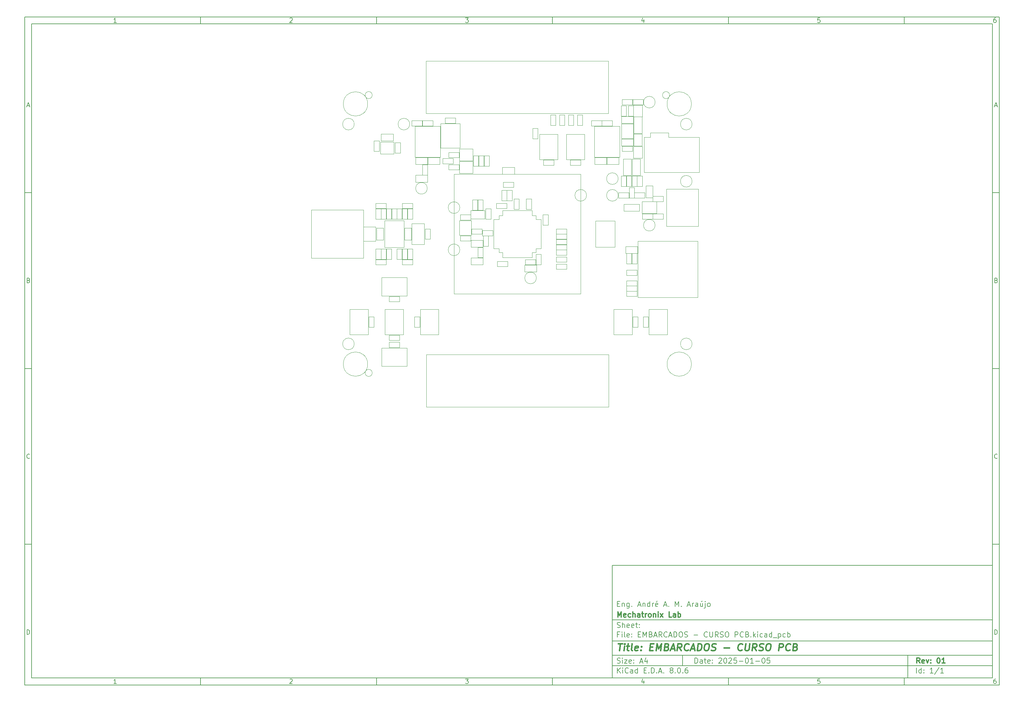
<source format=gbr>
%TF.GenerationSoftware,KiCad,Pcbnew,8.0.6*%
%TF.CreationDate,2025-01-05T13:15:26-03:00*%
%TF.ProjectId,EMBARCADOS - CURSO PCB,454d4241-5243-4414-944f-53202d204355,01*%
%TF.SameCoordinates,Original*%
%TF.FileFunction,Other,User*%
%FSLAX46Y46*%
G04 Gerber Fmt 4.6, Leading zero omitted, Abs format (unit mm)*
G04 Created by KiCad (PCBNEW 8.0.6) date 2025-01-05 13:15:26*
%MOMM*%
%LPD*%
G01*
G04 APERTURE LIST*
%ADD10C,0.100000*%
%ADD11C,0.150000*%
%ADD12C,0.300000*%
%ADD13C,0.400000*%
%ADD14C,0.050000*%
G04 APERTURE END LIST*
D10*
D11*
X177002200Y-166007200D02*
X285002200Y-166007200D01*
X285002200Y-198007200D01*
X177002200Y-198007200D01*
X177002200Y-166007200D01*
D10*
D11*
X10000000Y-10000000D02*
X287002200Y-10000000D01*
X287002200Y-200007200D01*
X10000000Y-200007200D01*
X10000000Y-10000000D01*
D10*
D11*
X12000000Y-12000000D02*
X285002200Y-12000000D01*
X285002200Y-198007200D01*
X12000000Y-198007200D01*
X12000000Y-12000000D01*
D10*
D11*
X60000000Y-12000000D02*
X60000000Y-10000000D01*
D10*
D11*
X110000000Y-12000000D02*
X110000000Y-10000000D01*
D10*
D11*
X160000000Y-12000000D02*
X160000000Y-10000000D01*
D10*
D11*
X210000000Y-12000000D02*
X210000000Y-10000000D01*
D10*
D11*
X260000000Y-12000000D02*
X260000000Y-10000000D01*
D10*
D11*
X36089160Y-11593604D02*
X35346303Y-11593604D01*
X35717731Y-11593604D02*
X35717731Y-10293604D01*
X35717731Y-10293604D02*
X35593922Y-10479319D01*
X35593922Y-10479319D02*
X35470112Y-10603128D01*
X35470112Y-10603128D02*
X35346303Y-10665033D01*
D10*
D11*
X85346303Y-10417414D02*
X85408207Y-10355509D01*
X85408207Y-10355509D02*
X85532017Y-10293604D01*
X85532017Y-10293604D02*
X85841541Y-10293604D01*
X85841541Y-10293604D02*
X85965350Y-10355509D01*
X85965350Y-10355509D02*
X86027255Y-10417414D01*
X86027255Y-10417414D02*
X86089160Y-10541223D01*
X86089160Y-10541223D02*
X86089160Y-10665033D01*
X86089160Y-10665033D02*
X86027255Y-10850747D01*
X86027255Y-10850747D02*
X85284398Y-11593604D01*
X85284398Y-11593604D02*
X86089160Y-11593604D01*
D10*
D11*
X135284398Y-10293604D02*
X136089160Y-10293604D01*
X136089160Y-10293604D02*
X135655826Y-10788842D01*
X135655826Y-10788842D02*
X135841541Y-10788842D01*
X135841541Y-10788842D02*
X135965350Y-10850747D01*
X135965350Y-10850747D02*
X136027255Y-10912652D01*
X136027255Y-10912652D02*
X136089160Y-11036461D01*
X136089160Y-11036461D02*
X136089160Y-11345985D01*
X136089160Y-11345985D02*
X136027255Y-11469795D01*
X136027255Y-11469795D02*
X135965350Y-11531700D01*
X135965350Y-11531700D02*
X135841541Y-11593604D01*
X135841541Y-11593604D02*
X135470112Y-11593604D01*
X135470112Y-11593604D02*
X135346303Y-11531700D01*
X135346303Y-11531700D02*
X135284398Y-11469795D01*
D10*
D11*
X185965350Y-10726938D02*
X185965350Y-11593604D01*
X185655826Y-10231700D02*
X185346303Y-11160271D01*
X185346303Y-11160271D02*
X186151064Y-11160271D01*
D10*
D11*
X236027255Y-10293604D02*
X235408207Y-10293604D01*
X235408207Y-10293604D02*
X235346303Y-10912652D01*
X235346303Y-10912652D02*
X235408207Y-10850747D01*
X235408207Y-10850747D02*
X235532017Y-10788842D01*
X235532017Y-10788842D02*
X235841541Y-10788842D01*
X235841541Y-10788842D02*
X235965350Y-10850747D01*
X235965350Y-10850747D02*
X236027255Y-10912652D01*
X236027255Y-10912652D02*
X236089160Y-11036461D01*
X236089160Y-11036461D02*
X236089160Y-11345985D01*
X236089160Y-11345985D02*
X236027255Y-11469795D01*
X236027255Y-11469795D02*
X235965350Y-11531700D01*
X235965350Y-11531700D02*
X235841541Y-11593604D01*
X235841541Y-11593604D02*
X235532017Y-11593604D01*
X235532017Y-11593604D02*
X235408207Y-11531700D01*
X235408207Y-11531700D02*
X235346303Y-11469795D01*
D10*
D11*
X285965350Y-10293604D02*
X285717731Y-10293604D01*
X285717731Y-10293604D02*
X285593922Y-10355509D01*
X285593922Y-10355509D02*
X285532017Y-10417414D01*
X285532017Y-10417414D02*
X285408207Y-10603128D01*
X285408207Y-10603128D02*
X285346303Y-10850747D01*
X285346303Y-10850747D02*
X285346303Y-11345985D01*
X285346303Y-11345985D02*
X285408207Y-11469795D01*
X285408207Y-11469795D02*
X285470112Y-11531700D01*
X285470112Y-11531700D02*
X285593922Y-11593604D01*
X285593922Y-11593604D02*
X285841541Y-11593604D01*
X285841541Y-11593604D02*
X285965350Y-11531700D01*
X285965350Y-11531700D02*
X286027255Y-11469795D01*
X286027255Y-11469795D02*
X286089160Y-11345985D01*
X286089160Y-11345985D02*
X286089160Y-11036461D01*
X286089160Y-11036461D02*
X286027255Y-10912652D01*
X286027255Y-10912652D02*
X285965350Y-10850747D01*
X285965350Y-10850747D02*
X285841541Y-10788842D01*
X285841541Y-10788842D02*
X285593922Y-10788842D01*
X285593922Y-10788842D02*
X285470112Y-10850747D01*
X285470112Y-10850747D02*
X285408207Y-10912652D01*
X285408207Y-10912652D02*
X285346303Y-11036461D01*
D10*
D11*
X60000000Y-198007200D02*
X60000000Y-200007200D01*
D10*
D11*
X110000000Y-198007200D02*
X110000000Y-200007200D01*
D10*
D11*
X160000000Y-198007200D02*
X160000000Y-200007200D01*
D10*
D11*
X210000000Y-198007200D02*
X210000000Y-200007200D01*
D10*
D11*
X260000000Y-198007200D02*
X260000000Y-200007200D01*
D10*
D11*
X36089160Y-199600804D02*
X35346303Y-199600804D01*
X35717731Y-199600804D02*
X35717731Y-198300804D01*
X35717731Y-198300804D02*
X35593922Y-198486519D01*
X35593922Y-198486519D02*
X35470112Y-198610328D01*
X35470112Y-198610328D02*
X35346303Y-198672233D01*
D10*
D11*
X85346303Y-198424614D02*
X85408207Y-198362709D01*
X85408207Y-198362709D02*
X85532017Y-198300804D01*
X85532017Y-198300804D02*
X85841541Y-198300804D01*
X85841541Y-198300804D02*
X85965350Y-198362709D01*
X85965350Y-198362709D02*
X86027255Y-198424614D01*
X86027255Y-198424614D02*
X86089160Y-198548423D01*
X86089160Y-198548423D02*
X86089160Y-198672233D01*
X86089160Y-198672233D02*
X86027255Y-198857947D01*
X86027255Y-198857947D02*
X85284398Y-199600804D01*
X85284398Y-199600804D02*
X86089160Y-199600804D01*
D10*
D11*
X135284398Y-198300804D02*
X136089160Y-198300804D01*
X136089160Y-198300804D02*
X135655826Y-198796042D01*
X135655826Y-198796042D02*
X135841541Y-198796042D01*
X135841541Y-198796042D02*
X135965350Y-198857947D01*
X135965350Y-198857947D02*
X136027255Y-198919852D01*
X136027255Y-198919852D02*
X136089160Y-199043661D01*
X136089160Y-199043661D02*
X136089160Y-199353185D01*
X136089160Y-199353185D02*
X136027255Y-199476995D01*
X136027255Y-199476995D02*
X135965350Y-199538900D01*
X135965350Y-199538900D02*
X135841541Y-199600804D01*
X135841541Y-199600804D02*
X135470112Y-199600804D01*
X135470112Y-199600804D02*
X135346303Y-199538900D01*
X135346303Y-199538900D02*
X135284398Y-199476995D01*
D10*
D11*
X185965350Y-198734138D02*
X185965350Y-199600804D01*
X185655826Y-198238900D02*
X185346303Y-199167471D01*
X185346303Y-199167471D02*
X186151064Y-199167471D01*
D10*
D11*
X236027255Y-198300804D02*
X235408207Y-198300804D01*
X235408207Y-198300804D02*
X235346303Y-198919852D01*
X235346303Y-198919852D02*
X235408207Y-198857947D01*
X235408207Y-198857947D02*
X235532017Y-198796042D01*
X235532017Y-198796042D02*
X235841541Y-198796042D01*
X235841541Y-198796042D02*
X235965350Y-198857947D01*
X235965350Y-198857947D02*
X236027255Y-198919852D01*
X236027255Y-198919852D02*
X236089160Y-199043661D01*
X236089160Y-199043661D02*
X236089160Y-199353185D01*
X236089160Y-199353185D02*
X236027255Y-199476995D01*
X236027255Y-199476995D02*
X235965350Y-199538900D01*
X235965350Y-199538900D02*
X235841541Y-199600804D01*
X235841541Y-199600804D02*
X235532017Y-199600804D01*
X235532017Y-199600804D02*
X235408207Y-199538900D01*
X235408207Y-199538900D02*
X235346303Y-199476995D01*
D10*
D11*
X285965350Y-198300804D02*
X285717731Y-198300804D01*
X285717731Y-198300804D02*
X285593922Y-198362709D01*
X285593922Y-198362709D02*
X285532017Y-198424614D01*
X285532017Y-198424614D02*
X285408207Y-198610328D01*
X285408207Y-198610328D02*
X285346303Y-198857947D01*
X285346303Y-198857947D02*
X285346303Y-199353185D01*
X285346303Y-199353185D02*
X285408207Y-199476995D01*
X285408207Y-199476995D02*
X285470112Y-199538900D01*
X285470112Y-199538900D02*
X285593922Y-199600804D01*
X285593922Y-199600804D02*
X285841541Y-199600804D01*
X285841541Y-199600804D02*
X285965350Y-199538900D01*
X285965350Y-199538900D02*
X286027255Y-199476995D01*
X286027255Y-199476995D02*
X286089160Y-199353185D01*
X286089160Y-199353185D02*
X286089160Y-199043661D01*
X286089160Y-199043661D02*
X286027255Y-198919852D01*
X286027255Y-198919852D02*
X285965350Y-198857947D01*
X285965350Y-198857947D02*
X285841541Y-198796042D01*
X285841541Y-198796042D02*
X285593922Y-198796042D01*
X285593922Y-198796042D02*
X285470112Y-198857947D01*
X285470112Y-198857947D02*
X285408207Y-198919852D01*
X285408207Y-198919852D02*
X285346303Y-199043661D01*
D10*
D11*
X10000000Y-60000000D02*
X12000000Y-60000000D01*
D10*
D11*
X10000000Y-110000000D02*
X12000000Y-110000000D01*
D10*
D11*
X10000000Y-160000000D02*
X12000000Y-160000000D01*
D10*
D11*
X10690476Y-35222176D02*
X11309523Y-35222176D01*
X10566666Y-35593604D02*
X10999999Y-34293604D01*
X10999999Y-34293604D02*
X11433333Y-35593604D01*
D10*
D11*
X11092857Y-84912652D02*
X11278571Y-84974557D01*
X11278571Y-84974557D02*
X11340476Y-85036461D01*
X11340476Y-85036461D02*
X11402380Y-85160271D01*
X11402380Y-85160271D02*
X11402380Y-85345985D01*
X11402380Y-85345985D02*
X11340476Y-85469795D01*
X11340476Y-85469795D02*
X11278571Y-85531700D01*
X11278571Y-85531700D02*
X11154761Y-85593604D01*
X11154761Y-85593604D02*
X10659523Y-85593604D01*
X10659523Y-85593604D02*
X10659523Y-84293604D01*
X10659523Y-84293604D02*
X11092857Y-84293604D01*
X11092857Y-84293604D02*
X11216666Y-84355509D01*
X11216666Y-84355509D02*
X11278571Y-84417414D01*
X11278571Y-84417414D02*
X11340476Y-84541223D01*
X11340476Y-84541223D02*
X11340476Y-84665033D01*
X11340476Y-84665033D02*
X11278571Y-84788842D01*
X11278571Y-84788842D02*
X11216666Y-84850747D01*
X11216666Y-84850747D02*
X11092857Y-84912652D01*
X11092857Y-84912652D02*
X10659523Y-84912652D01*
D10*
D11*
X11402380Y-135469795D02*
X11340476Y-135531700D01*
X11340476Y-135531700D02*
X11154761Y-135593604D01*
X11154761Y-135593604D02*
X11030952Y-135593604D01*
X11030952Y-135593604D02*
X10845238Y-135531700D01*
X10845238Y-135531700D02*
X10721428Y-135407890D01*
X10721428Y-135407890D02*
X10659523Y-135284080D01*
X10659523Y-135284080D02*
X10597619Y-135036461D01*
X10597619Y-135036461D02*
X10597619Y-134850747D01*
X10597619Y-134850747D02*
X10659523Y-134603128D01*
X10659523Y-134603128D02*
X10721428Y-134479319D01*
X10721428Y-134479319D02*
X10845238Y-134355509D01*
X10845238Y-134355509D02*
X11030952Y-134293604D01*
X11030952Y-134293604D02*
X11154761Y-134293604D01*
X11154761Y-134293604D02*
X11340476Y-134355509D01*
X11340476Y-134355509D02*
X11402380Y-134417414D01*
D10*
D11*
X10659523Y-185593604D02*
X10659523Y-184293604D01*
X10659523Y-184293604D02*
X10969047Y-184293604D01*
X10969047Y-184293604D02*
X11154761Y-184355509D01*
X11154761Y-184355509D02*
X11278571Y-184479319D01*
X11278571Y-184479319D02*
X11340476Y-184603128D01*
X11340476Y-184603128D02*
X11402380Y-184850747D01*
X11402380Y-184850747D02*
X11402380Y-185036461D01*
X11402380Y-185036461D02*
X11340476Y-185284080D01*
X11340476Y-185284080D02*
X11278571Y-185407890D01*
X11278571Y-185407890D02*
X11154761Y-185531700D01*
X11154761Y-185531700D02*
X10969047Y-185593604D01*
X10969047Y-185593604D02*
X10659523Y-185593604D01*
D10*
D11*
X287002200Y-60000000D02*
X285002200Y-60000000D01*
D10*
D11*
X287002200Y-110000000D02*
X285002200Y-110000000D01*
D10*
D11*
X287002200Y-160000000D02*
X285002200Y-160000000D01*
D10*
D11*
X285692676Y-35222176D02*
X286311723Y-35222176D01*
X285568866Y-35593604D02*
X286002199Y-34293604D01*
X286002199Y-34293604D02*
X286435533Y-35593604D01*
D10*
D11*
X286095057Y-84912652D02*
X286280771Y-84974557D01*
X286280771Y-84974557D02*
X286342676Y-85036461D01*
X286342676Y-85036461D02*
X286404580Y-85160271D01*
X286404580Y-85160271D02*
X286404580Y-85345985D01*
X286404580Y-85345985D02*
X286342676Y-85469795D01*
X286342676Y-85469795D02*
X286280771Y-85531700D01*
X286280771Y-85531700D02*
X286156961Y-85593604D01*
X286156961Y-85593604D02*
X285661723Y-85593604D01*
X285661723Y-85593604D02*
X285661723Y-84293604D01*
X285661723Y-84293604D02*
X286095057Y-84293604D01*
X286095057Y-84293604D02*
X286218866Y-84355509D01*
X286218866Y-84355509D02*
X286280771Y-84417414D01*
X286280771Y-84417414D02*
X286342676Y-84541223D01*
X286342676Y-84541223D02*
X286342676Y-84665033D01*
X286342676Y-84665033D02*
X286280771Y-84788842D01*
X286280771Y-84788842D02*
X286218866Y-84850747D01*
X286218866Y-84850747D02*
X286095057Y-84912652D01*
X286095057Y-84912652D02*
X285661723Y-84912652D01*
D10*
D11*
X286404580Y-135469795D02*
X286342676Y-135531700D01*
X286342676Y-135531700D02*
X286156961Y-135593604D01*
X286156961Y-135593604D02*
X286033152Y-135593604D01*
X286033152Y-135593604D02*
X285847438Y-135531700D01*
X285847438Y-135531700D02*
X285723628Y-135407890D01*
X285723628Y-135407890D02*
X285661723Y-135284080D01*
X285661723Y-135284080D02*
X285599819Y-135036461D01*
X285599819Y-135036461D02*
X285599819Y-134850747D01*
X285599819Y-134850747D02*
X285661723Y-134603128D01*
X285661723Y-134603128D02*
X285723628Y-134479319D01*
X285723628Y-134479319D02*
X285847438Y-134355509D01*
X285847438Y-134355509D02*
X286033152Y-134293604D01*
X286033152Y-134293604D02*
X286156961Y-134293604D01*
X286156961Y-134293604D02*
X286342676Y-134355509D01*
X286342676Y-134355509D02*
X286404580Y-134417414D01*
D10*
D11*
X285661723Y-185593604D02*
X285661723Y-184293604D01*
X285661723Y-184293604D02*
X285971247Y-184293604D01*
X285971247Y-184293604D02*
X286156961Y-184355509D01*
X286156961Y-184355509D02*
X286280771Y-184479319D01*
X286280771Y-184479319D02*
X286342676Y-184603128D01*
X286342676Y-184603128D02*
X286404580Y-184850747D01*
X286404580Y-184850747D02*
X286404580Y-185036461D01*
X286404580Y-185036461D02*
X286342676Y-185284080D01*
X286342676Y-185284080D02*
X286280771Y-185407890D01*
X286280771Y-185407890D02*
X286156961Y-185531700D01*
X286156961Y-185531700D02*
X285971247Y-185593604D01*
X285971247Y-185593604D02*
X285661723Y-185593604D01*
D10*
D11*
X200458026Y-193793328D02*
X200458026Y-192293328D01*
X200458026Y-192293328D02*
X200815169Y-192293328D01*
X200815169Y-192293328D02*
X201029455Y-192364757D01*
X201029455Y-192364757D02*
X201172312Y-192507614D01*
X201172312Y-192507614D02*
X201243741Y-192650471D01*
X201243741Y-192650471D02*
X201315169Y-192936185D01*
X201315169Y-192936185D02*
X201315169Y-193150471D01*
X201315169Y-193150471D02*
X201243741Y-193436185D01*
X201243741Y-193436185D02*
X201172312Y-193579042D01*
X201172312Y-193579042D02*
X201029455Y-193721900D01*
X201029455Y-193721900D02*
X200815169Y-193793328D01*
X200815169Y-193793328D02*
X200458026Y-193793328D01*
X202600884Y-193793328D02*
X202600884Y-193007614D01*
X202600884Y-193007614D02*
X202529455Y-192864757D01*
X202529455Y-192864757D02*
X202386598Y-192793328D01*
X202386598Y-192793328D02*
X202100884Y-192793328D01*
X202100884Y-192793328D02*
X201958026Y-192864757D01*
X202600884Y-193721900D02*
X202458026Y-193793328D01*
X202458026Y-193793328D02*
X202100884Y-193793328D01*
X202100884Y-193793328D02*
X201958026Y-193721900D01*
X201958026Y-193721900D02*
X201886598Y-193579042D01*
X201886598Y-193579042D02*
X201886598Y-193436185D01*
X201886598Y-193436185D02*
X201958026Y-193293328D01*
X201958026Y-193293328D02*
X202100884Y-193221900D01*
X202100884Y-193221900D02*
X202458026Y-193221900D01*
X202458026Y-193221900D02*
X202600884Y-193150471D01*
X203100884Y-192793328D02*
X203672312Y-192793328D01*
X203315169Y-192293328D02*
X203315169Y-193579042D01*
X203315169Y-193579042D02*
X203386598Y-193721900D01*
X203386598Y-193721900D02*
X203529455Y-193793328D01*
X203529455Y-193793328D02*
X203672312Y-193793328D01*
X204743741Y-193721900D02*
X204600884Y-193793328D01*
X204600884Y-193793328D02*
X204315170Y-193793328D01*
X204315170Y-193793328D02*
X204172312Y-193721900D01*
X204172312Y-193721900D02*
X204100884Y-193579042D01*
X204100884Y-193579042D02*
X204100884Y-193007614D01*
X204100884Y-193007614D02*
X204172312Y-192864757D01*
X204172312Y-192864757D02*
X204315170Y-192793328D01*
X204315170Y-192793328D02*
X204600884Y-192793328D01*
X204600884Y-192793328D02*
X204743741Y-192864757D01*
X204743741Y-192864757D02*
X204815170Y-193007614D01*
X204815170Y-193007614D02*
X204815170Y-193150471D01*
X204815170Y-193150471D02*
X204100884Y-193293328D01*
X205458026Y-193650471D02*
X205529455Y-193721900D01*
X205529455Y-193721900D02*
X205458026Y-193793328D01*
X205458026Y-193793328D02*
X205386598Y-193721900D01*
X205386598Y-193721900D02*
X205458026Y-193650471D01*
X205458026Y-193650471D02*
X205458026Y-193793328D01*
X205458026Y-192864757D02*
X205529455Y-192936185D01*
X205529455Y-192936185D02*
X205458026Y-193007614D01*
X205458026Y-193007614D02*
X205386598Y-192936185D01*
X205386598Y-192936185D02*
X205458026Y-192864757D01*
X205458026Y-192864757D02*
X205458026Y-193007614D01*
X207243741Y-192436185D02*
X207315169Y-192364757D01*
X207315169Y-192364757D02*
X207458027Y-192293328D01*
X207458027Y-192293328D02*
X207815169Y-192293328D01*
X207815169Y-192293328D02*
X207958027Y-192364757D01*
X207958027Y-192364757D02*
X208029455Y-192436185D01*
X208029455Y-192436185D02*
X208100884Y-192579042D01*
X208100884Y-192579042D02*
X208100884Y-192721900D01*
X208100884Y-192721900D02*
X208029455Y-192936185D01*
X208029455Y-192936185D02*
X207172312Y-193793328D01*
X207172312Y-193793328D02*
X208100884Y-193793328D01*
X209029455Y-192293328D02*
X209172312Y-192293328D01*
X209172312Y-192293328D02*
X209315169Y-192364757D01*
X209315169Y-192364757D02*
X209386598Y-192436185D01*
X209386598Y-192436185D02*
X209458026Y-192579042D01*
X209458026Y-192579042D02*
X209529455Y-192864757D01*
X209529455Y-192864757D02*
X209529455Y-193221900D01*
X209529455Y-193221900D02*
X209458026Y-193507614D01*
X209458026Y-193507614D02*
X209386598Y-193650471D01*
X209386598Y-193650471D02*
X209315169Y-193721900D01*
X209315169Y-193721900D02*
X209172312Y-193793328D01*
X209172312Y-193793328D02*
X209029455Y-193793328D01*
X209029455Y-193793328D02*
X208886598Y-193721900D01*
X208886598Y-193721900D02*
X208815169Y-193650471D01*
X208815169Y-193650471D02*
X208743740Y-193507614D01*
X208743740Y-193507614D02*
X208672312Y-193221900D01*
X208672312Y-193221900D02*
X208672312Y-192864757D01*
X208672312Y-192864757D02*
X208743740Y-192579042D01*
X208743740Y-192579042D02*
X208815169Y-192436185D01*
X208815169Y-192436185D02*
X208886598Y-192364757D01*
X208886598Y-192364757D02*
X209029455Y-192293328D01*
X210100883Y-192436185D02*
X210172311Y-192364757D01*
X210172311Y-192364757D02*
X210315169Y-192293328D01*
X210315169Y-192293328D02*
X210672311Y-192293328D01*
X210672311Y-192293328D02*
X210815169Y-192364757D01*
X210815169Y-192364757D02*
X210886597Y-192436185D01*
X210886597Y-192436185D02*
X210958026Y-192579042D01*
X210958026Y-192579042D02*
X210958026Y-192721900D01*
X210958026Y-192721900D02*
X210886597Y-192936185D01*
X210886597Y-192936185D02*
X210029454Y-193793328D01*
X210029454Y-193793328D02*
X210958026Y-193793328D01*
X212315168Y-192293328D02*
X211600882Y-192293328D01*
X211600882Y-192293328D02*
X211529454Y-193007614D01*
X211529454Y-193007614D02*
X211600882Y-192936185D01*
X211600882Y-192936185D02*
X211743740Y-192864757D01*
X211743740Y-192864757D02*
X212100882Y-192864757D01*
X212100882Y-192864757D02*
X212243740Y-192936185D01*
X212243740Y-192936185D02*
X212315168Y-193007614D01*
X212315168Y-193007614D02*
X212386597Y-193150471D01*
X212386597Y-193150471D02*
X212386597Y-193507614D01*
X212386597Y-193507614D02*
X212315168Y-193650471D01*
X212315168Y-193650471D02*
X212243740Y-193721900D01*
X212243740Y-193721900D02*
X212100882Y-193793328D01*
X212100882Y-193793328D02*
X211743740Y-193793328D01*
X211743740Y-193793328D02*
X211600882Y-193721900D01*
X211600882Y-193721900D02*
X211529454Y-193650471D01*
X213029453Y-193221900D02*
X214172311Y-193221900D01*
X215172311Y-192293328D02*
X215315168Y-192293328D01*
X215315168Y-192293328D02*
X215458025Y-192364757D01*
X215458025Y-192364757D02*
X215529454Y-192436185D01*
X215529454Y-192436185D02*
X215600882Y-192579042D01*
X215600882Y-192579042D02*
X215672311Y-192864757D01*
X215672311Y-192864757D02*
X215672311Y-193221900D01*
X215672311Y-193221900D02*
X215600882Y-193507614D01*
X215600882Y-193507614D02*
X215529454Y-193650471D01*
X215529454Y-193650471D02*
X215458025Y-193721900D01*
X215458025Y-193721900D02*
X215315168Y-193793328D01*
X215315168Y-193793328D02*
X215172311Y-193793328D01*
X215172311Y-193793328D02*
X215029454Y-193721900D01*
X215029454Y-193721900D02*
X214958025Y-193650471D01*
X214958025Y-193650471D02*
X214886596Y-193507614D01*
X214886596Y-193507614D02*
X214815168Y-193221900D01*
X214815168Y-193221900D02*
X214815168Y-192864757D01*
X214815168Y-192864757D02*
X214886596Y-192579042D01*
X214886596Y-192579042D02*
X214958025Y-192436185D01*
X214958025Y-192436185D02*
X215029454Y-192364757D01*
X215029454Y-192364757D02*
X215172311Y-192293328D01*
X217100882Y-193793328D02*
X216243739Y-193793328D01*
X216672310Y-193793328D02*
X216672310Y-192293328D01*
X216672310Y-192293328D02*
X216529453Y-192507614D01*
X216529453Y-192507614D02*
X216386596Y-192650471D01*
X216386596Y-192650471D02*
X216243739Y-192721900D01*
X217743738Y-193221900D02*
X218886596Y-193221900D01*
X219886596Y-192293328D02*
X220029453Y-192293328D01*
X220029453Y-192293328D02*
X220172310Y-192364757D01*
X220172310Y-192364757D02*
X220243739Y-192436185D01*
X220243739Y-192436185D02*
X220315167Y-192579042D01*
X220315167Y-192579042D02*
X220386596Y-192864757D01*
X220386596Y-192864757D02*
X220386596Y-193221900D01*
X220386596Y-193221900D02*
X220315167Y-193507614D01*
X220315167Y-193507614D02*
X220243739Y-193650471D01*
X220243739Y-193650471D02*
X220172310Y-193721900D01*
X220172310Y-193721900D02*
X220029453Y-193793328D01*
X220029453Y-193793328D02*
X219886596Y-193793328D01*
X219886596Y-193793328D02*
X219743739Y-193721900D01*
X219743739Y-193721900D02*
X219672310Y-193650471D01*
X219672310Y-193650471D02*
X219600881Y-193507614D01*
X219600881Y-193507614D02*
X219529453Y-193221900D01*
X219529453Y-193221900D02*
X219529453Y-192864757D01*
X219529453Y-192864757D02*
X219600881Y-192579042D01*
X219600881Y-192579042D02*
X219672310Y-192436185D01*
X219672310Y-192436185D02*
X219743739Y-192364757D01*
X219743739Y-192364757D02*
X219886596Y-192293328D01*
X221743738Y-192293328D02*
X221029452Y-192293328D01*
X221029452Y-192293328D02*
X220958024Y-193007614D01*
X220958024Y-193007614D02*
X221029452Y-192936185D01*
X221029452Y-192936185D02*
X221172310Y-192864757D01*
X221172310Y-192864757D02*
X221529452Y-192864757D01*
X221529452Y-192864757D02*
X221672310Y-192936185D01*
X221672310Y-192936185D02*
X221743738Y-193007614D01*
X221743738Y-193007614D02*
X221815167Y-193150471D01*
X221815167Y-193150471D02*
X221815167Y-193507614D01*
X221815167Y-193507614D02*
X221743738Y-193650471D01*
X221743738Y-193650471D02*
X221672310Y-193721900D01*
X221672310Y-193721900D02*
X221529452Y-193793328D01*
X221529452Y-193793328D02*
X221172310Y-193793328D01*
X221172310Y-193793328D02*
X221029452Y-193721900D01*
X221029452Y-193721900D02*
X220958024Y-193650471D01*
D10*
D11*
X177002200Y-194507200D02*
X285002200Y-194507200D01*
D10*
D11*
X178458026Y-196593328D02*
X178458026Y-195093328D01*
X179315169Y-196593328D02*
X178672312Y-195736185D01*
X179315169Y-195093328D02*
X178458026Y-195950471D01*
X179958026Y-196593328D02*
X179958026Y-195593328D01*
X179958026Y-195093328D02*
X179886598Y-195164757D01*
X179886598Y-195164757D02*
X179958026Y-195236185D01*
X179958026Y-195236185D02*
X180029455Y-195164757D01*
X180029455Y-195164757D02*
X179958026Y-195093328D01*
X179958026Y-195093328D02*
X179958026Y-195236185D01*
X181529455Y-196450471D02*
X181458027Y-196521900D01*
X181458027Y-196521900D02*
X181243741Y-196593328D01*
X181243741Y-196593328D02*
X181100884Y-196593328D01*
X181100884Y-196593328D02*
X180886598Y-196521900D01*
X180886598Y-196521900D02*
X180743741Y-196379042D01*
X180743741Y-196379042D02*
X180672312Y-196236185D01*
X180672312Y-196236185D02*
X180600884Y-195950471D01*
X180600884Y-195950471D02*
X180600884Y-195736185D01*
X180600884Y-195736185D02*
X180672312Y-195450471D01*
X180672312Y-195450471D02*
X180743741Y-195307614D01*
X180743741Y-195307614D02*
X180886598Y-195164757D01*
X180886598Y-195164757D02*
X181100884Y-195093328D01*
X181100884Y-195093328D02*
X181243741Y-195093328D01*
X181243741Y-195093328D02*
X181458027Y-195164757D01*
X181458027Y-195164757D02*
X181529455Y-195236185D01*
X182815170Y-196593328D02*
X182815170Y-195807614D01*
X182815170Y-195807614D02*
X182743741Y-195664757D01*
X182743741Y-195664757D02*
X182600884Y-195593328D01*
X182600884Y-195593328D02*
X182315170Y-195593328D01*
X182315170Y-195593328D02*
X182172312Y-195664757D01*
X182815170Y-196521900D02*
X182672312Y-196593328D01*
X182672312Y-196593328D02*
X182315170Y-196593328D01*
X182315170Y-196593328D02*
X182172312Y-196521900D01*
X182172312Y-196521900D02*
X182100884Y-196379042D01*
X182100884Y-196379042D02*
X182100884Y-196236185D01*
X182100884Y-196236185D02*
X182172312Y-196093328D01*
X182172312Y-196093328D02*
X182315170Y-196021900D01*
X182315170Y-196021900D02*
X182672312Y-196021900D01*
X182672312Y-196021900D02*
X182815170Y-195950471D01*
X184172313Y-196593328D02*
X184172313Y-195093328D01*
X184172313Y-196521900D02*
X184029455Y-196593328D01*
X184029455Y-196593328D02*
X183743741Y-196593328D01*
X183743741Y-196593328D02*
X183600884Y-196521900D01*
X183600884Y-196521900D02*
X183529455Y-196450471D01*
X183529455Y-196450471D02*
X183458027Y-196307614D01*
X183458027Y-196307614D02*
X183458027Y-195879042D01*
X183458027Y-195879042D02*
X183529455Y-195736185D01*
X183529455Y-195736185D02*
X183600884Y-195664757D01*
X183600884Y-195664757D02*
X183743741Y-195593328D01*
X183743741Y-195593328D02*
X184029455Y-195593328D01*
X184029455Y-195593328D02*
X184172313Y-195664757D01*
X186029455Y-195807614D02*
X186529455Y-195807614D01*
X186743741Y-196593328D02*
X186029455Y-196593328D01*
X186029455Y-196593328D02*
X186029455Y-195093328D01*
X186029455Y-195093328D02*
X186743741Y-195093328D01*
X187386598Y-196450471D02*
X187458027Y-196521900D01*
X187458027Y-196521900D02*
X187386598Y-196593328D01*
X187386598Y-196593328D02*
X187315170Y-196521900D01*
X187315170Y-196521900D02*
X187386598Y-196450471D01*
X187386598Y-196450471D02*
X187386598Y-196593328D01*
X188100884Y-196593328D02*
X188100884Y-195093328D01*
X188100884Y-195093328D02*
X188458027Y-195093328D01*
X188458027Y-195093328D02*
X188672313Y-195164757D01*
X188672313Y-195164757D02*
X188815170Y-195307614D01*
X188815170Y-195307614D02*
X188886599Y-195450471D01*
X188886599Y-195450471D02*
X188958027Y-195736185D01*
X188958027Y-195736185D02*
X188958027Y-195950471D01*
X188958027Y-195950471D02*
X188886599Y-196236185D01*
X188886599Y-196236185D02*
X188815170Y-196379042D01*
X188815170Y-196379042D02*
X188672313Y-196521900D01*
X188672313Y-196521900D02*
X188458027Y-196593328D01*
X188458027Y-196593328D02*
X188100884Y-196593328D01*
X189600884Y-196450471D02*
X189672313Y-196521900D01*
X189672313Y-196521900D02*
X189600884Y-196593328D01*
X189600884Y-196593328D02*
X189529456Y-196521900D01*
X189529456Y-196521900D02*
X189600884Y-196450471D01*
X189600884Y-196450471D02*
X189600884Y-196593328D01*
X190243742Y-196164757D02*
X190958028Y-196164757D01*
X190100885Y-196593328D02*
X190600885Y-195093328D01*
X190600885Y-195093328D02*
X191100885Y-196593328D01*
X191600884Y-196450471D02*
X191672313Y-196521900D01*
X191672313Y-196521900D02*
X191600884Y-196593328D01*
X191600884Y-196593328D02*
X191529456Y-196521900D01*
X191529456Y-196521900D02*
X191600884Y-196450471D01*
X191600884Y-196450471D02*
X191600884Y-196593328D01*
X193672313Y-195736185D02*
X193529456Y-195664757D01*
X193529456Y-195664757D02*
X193458027Y-195593328D01*
X193458027Y-195593328D02*
X193386599Y-195450471D01*
X193386599Y-195450471D02*
X193386599Y-195379042D01*
X193386599Y-195379042D02*
X193458027Y-195236185D01*
X193458027Y-195236185D02*
X193529456Y-195164757D01*
X193529456Y-195164757D02*
X193672313Y-195093328D01*
X193672313Y-195093328D02*
X193958027Y-195093328D01*
X193958027Y-195093328D02*
X194100885Y-195164757D01*
X194100885Y-195164757D02*
X194172313Y-195236185D01*
X194172313Y-195236185D02*
X194243742Y-195379042D01*
X194243742Y-195379042D02*
X194243742Y-195450471D01*
X194243742Y-195450471D02*
X194172313Y-195593328D01*
X194172313Y-195593328D02*
X194100885Y-195664757D01*
X194100885Y-195664757D02*
X193958027Y-195736185D01*
X193958027Y-195736185D02*
X193672313Y-195736185D01*
X193672313Y-195736185D02*
X193529456Y-195807614D01*
X193529456Y-195807614D02*
X193458027Y-195879042D01*
X193458027Y-195879042D02*
X193386599Y-196021900D01*
X193386599Y-196021900D02*
X193386599Y-196307614D01*
X193386599Y-196307614D02*
X193458027Y-196450471D01*
X193458027Y-196450471D02*
X193529456Y-196521900D01*
X193529456Y-196521900D02*
X193672313Y-196593328D01*
X193672313Y-196593328D02*
X193958027Y-196593328D01*
X193958027Y-196593328D02*
X194100885Y-196521900D01*
X194100885Y-196521900D02*
X194172313Y-196450471D01*
X194172313Y-196450471D02*
X194243742Y-196307614D01*
X194243742Y-196307614D02*
X194243742Y-196021900D01*
X194243742Y-196021900D02*
X194172313Y-195879042D01*
X194172313Y-195879042D02*
X194100885Y-195807614D01*
X194100885Y-195807614D02*
X193958027Y-195736185D01*
X194886598Y-196450471D02*
X194958027Y-196521900D01*
X194958027Y-196521900D02*
X194886598Y-196593328D01*
X194886598Y-196593328D02*
X194815170Y-196521900D01*
X194815170Y-196521900D02*
X194886598Y-196450471D01*
X194886598Y-196450471D02*
X194886598Y-196593328D01*
X195886599Y-195093328D02*
X196029456Y-195093328D01*
X196029456Y-195093328D02*
X196172313Y-195164757D01*
X196172313Y-195164757D02*
X196243742Y-195236185D01*
X196243742Y-195236185D02*
X196315170Y-195379042D01*
X196315170Y-195379042D02*
X196386599Y-195664757D01*
X196386599Y-195664757D02*
X196386599Y-196021900D01*
X196386599Y-196021900D02*
X196315170Y-196307614D01*
X196315170Y-196307614D02*
X196243742Y-196450471D01*
X196243742Y-196450471D02*
X196172313Y-196521900D01*
X196172313Y-196521900D02*
X196029456Y-196593328D01*
X196029456Y-196593328D02*
X195886599Y-196593328D01*
X195886599Y-196593328D02*
X195743742Y-196521900D01*
X195743742Y-196521900D02*
X195672313Y-196450471D01*
X195672313Y-196450471D02*
X195600884Y-196307614D01*
X195600884Y-196307614D02*
X195529456Y-196021900D01*
X195529456Y-196021900D02*
X195529456Y-195664757D01*
X195529456Y-195664757D02*
X195600884Y-195379042D01*
X195600884Y-195379042D02*
X195672313Y-195236185D01*
X195672313Y-195236185D02*
X195743742Y-195164757D01*
X195743742Y-195164757D02*
X195886599Y-195093328D01*
X197029455Y-196450471D02*
X197100884Y-196521900D01*
X197100884Y-196521900D02*
X197029455Y-196593328D01*
X197029455Y-196593328D02*
X196958027Y-196521900D01*
X196958027Y-196521900D02*
X197029455Y-196450471D01*
X197029455Y-196450471D02*
X197029455Y-196593328D01*
X198386599Y-195093328D02*
X198100884Y-195093328D01*
X198100884Y-195093328D02*
X197958027Y-195164757D01*
X197958027Y-195164757D02*
X197886599Y-195236185D01*
X197886599Y-195236185D02*
X197743741Y-195450471D01*
X197743741Y-195450471D02*
X197672313Y-195736185D01*
X197672313Y-195736185D02*
X197672313Y-196307614D01*
X197672313Y-196307614D02*
X197743741Y-196450471D01*
X197743741Y-196450471D02*
X197815170Y-196521900D01*
X197815170Y-196521900D02*
X197958027Y-196593328D01*
X197958027Y-196593328D02*
X198243741Y-196593328D01*
X198243741Y-196593328D02*
X198386599Y-196521900D01*
X198386599Y-196521900D02*
X198458027Y-196450471D01*
X198458027Y-196450471D02*
X198529456Y-196307614D01*
X198529456Y-196307614D02*
X198529456Y-195950471D01*
X198529456Y-195950471D02*
X198458027Y-195807614D01*
X198458027Y-195807614D02*
X198386599Y-195736185D01*
X198386599Y-195736185D02*
X198243741Y-195664757D01*
X198243741Y-195664757D02*
X197958027Y-195664757D01*
X197958027Y-195664757D02*
X197815170Y-195736185D01*
X197815170Y-195736185D02*
X197743741Y-195807614D01*
X197743741Y-195807614D02*
X197672313Y-195950471D01*
D10*
D11*
X177002200Y-191507200D02*
X285002200Y-191507200D01*
D10*
D12*
X264413853Y-193785528D02*
X263913853Y-193071242D01*
X263556710Y-193785528D02*
X263556710Y-192285528D01*
X263556710Y-192285528D02*
X264128139Y-192285528D01*
X264128139Y-192285528D02*
X264270996Y-192356957D01*
X264270996Y-192356957D02*
X264342425Y-192428385D01*
X264342425Y-192428385D02*
X264413853Y-192571242D01*
X264413853Y-192571242D02*
X264413853Y-192785528D01*
X264413853Y-192785528D02*
X264342425Y-192928385D01*
X264342425Y-192928385D02*
X264270996Y-192999814D01*
X264270996Y-192999814D02*
X264128139Y-193071242D01*
X264128139Y-193071242D02*
X263556710Y-193071242D01*
X265628139Y-193714100D02*
X265485282Y-193785528D01*
X265485282Y-193785528D02*
X265199568Y-193785528D01*
X265199568Y-193785528D02*
X265056710Y-193714100D01*
X265056710Y-193714100D02*
X264985282Y-193571242D01*
X264985282Y-193571242D02*
X264985282Y-192999814D01*
X264985282Y-192999814D02*
X265056710Y-192856957D01*
X265056710Y-192856957D02*
X265199568Y-192785528D01*
X265199568Y-192785528D02*
X265485282Y-192785528D01*
X265485282Y-192785528D02*
X265628139Y-192856957D01*
X265628139Y-192856957D02*
X265699568Y-192999814D01*
X265699568Y-192999814D02*
X265699568Y-193142671D01*
X265699568Y-193142671D02*
X264985282Y-193285528D01*
X266199567Y-192785528D02*
X266556710Y-193785528D01*
X266556710Y-193785528D02*
X266913853Y-192785528D01*
X267485281Y-193642671D02*
X267556710Y-193714100D01*
X267556710Y-193714100D02*
X267485281Y-193785528D01*
X267485281Y-193785528D02*
X267413853Y-193714100D01*
X267413853Y-193714100D02*
X267485281Y-193642671D01*
X267485281Y-193642671D02*
X267485281Y-193785528D01*
X267485281Y-192856957D02*
X267556710Y-192928385D01*
X267556710Y-192928385D02*
X267485281Y-192999814D01*
X267485281Y-192999814D02*
X267413853Y-192928385D01*
X267413853Y-192928385D02*
X267485281Y-192856957D01*
X267485281Y-192856957D02*
X267485281Y-192999814D01*
X269628139Y-192285528D02*
X269770996Y-192285528D01*
X269770996Y-192285528D02*
X269913853Y-192356957D01*
X269913853Y-192356957D02*
X269985282Y-192428385D01*
X269985282Y-192428385D02*
X270056710Y-192571242D01*
X270056710Y-192571242D02*
X270128139Y-192856957D01*
X270128139Y-192856957D02*
X270128139Y-193214100D01*
X270128139Y-193214100D02*
X270056710Y-193499814D01*
X270056710Y-193499814D02*
X269985282Y-193642671D01*
X269985282Y-193642671D02*
X269913853Y-193714100D01*
X269913853Y-193714100D02*
X269770996Y-193785528D01*
X269770996Y-193785528D02*
X269628139Y-193785528D01*
X269628139Y-193785528D02*
X269485282Y-193714100D01*
X269485282Y-193714100D02*
X269413853Y-193642671D01*
X269413853Y-193642671D02*
X269342424Y-193499814D01*
X269342424Y-193499814D02*
X269270996Y-193214100D01*
X269270996Y-193214100D02*
X269270996Y-192856957D01*
X269270996Y-192856957D02*
X269342424Y-192571242D01*
X269342424Y-192571242D02*
X269413853Y-192428385D01*
X269413853Y-192428385D02*
X269485282Y-192356957D01*
X269485282Y-192356957D02*
X269628139Y-192285528D01*
X271556710Y-193785528D02*
X270699567Y-193785528D01*
X271128138Y-193785528D02*
X271128138Y-192285528D01*
X271128138Y-192285528D02*
X270985281Y-192499814D01*
X270985281Y-192499814D02*
X270842424Y-192642671D01*
X270842424Y-192642671D02*
X270699567Y-192714100D01*
D10*
D11*
X178386598Y-193721900D02*
X178600884Y-193793328D01*
X178600884Y-193793328D02*
X178958026Y-193793328D01*
X178958026Y-193793328D02*
X179100884Y-193721900D01*
X179100884Y-193721900D02*
X179172312Y-193650471D01*
X179172312Y-193650471D02*
X179243741Y-193507614D01*
X179243741Y-193507614D02*
X179243741Y-193364757D01*
X179243741Y-193364757D02*
X179172312Y-193221900D01*
X179172312Y-193221900D02*
X179100884Y-193150471D01*
X179100884Y-193150471D02*
X178958026Y-193079042D01*
X178958026Y-193079042D02*
X178672312Y-193007614D01*
X178672312Y-193007614D02*
X178529455Y-192936185D01*
X178529455Y-192936185D02*
X178458026Y-192864757D01*
X178458026Y-192864757D02*
X178386598Y-192721900D01*
X178386598Y-192721900D02*
X178386598Y-192579042D01*
X178386598Y-192579042D02*
X178458026Y-192436185D01*
X178458026Y-192436185D02*
X178529455Y-192364757D01*
X178529455Y-192364757D02*
X178672312Y-192293328D01*
X178672312Y-192293328D02*
X179029455Y-192293328D01*
X179029455Y-192293328D02*
X179243741Y-192364757D01*
X179886597Y-193793328D02*
X179886597Y-192793328D01*
X179886597Y-192293328D02*
X179815169Y-192364757D01*
X179815169Y-192364757D02*
X179886597Y-192436185D01*
X179886597Y-192436185D02*
X179958026Y-192364757D01*
X179958026Y-192364757D02*
X179886597Y-192293328D01*
X179886597Y-192293328D02*
X179886597Y-192436185D01*
X180458026Y-192793328D02*
X181243741Y-192793328D01*
X181243741Y-192793328D02*
X180458026Y-193793328D01*
X180458026Y-193793328D02*
X181243741Y-193793328D01*
X182386598Y-193721900D02*
X182243741Y-193793328D01*
X182243741Y-193793328D02*
X181958027Y-193793328D01*
X181958027Y-193793328D02*
X181815169Y-193721900D01*
X181815169Y-193721900D02*
X181743741Y-193579042D01*
X181743741Y-193579042D02*
X181743741Y-193007614D01*
X181743741Y-193007614D02*
X181815169Y-192864757D01*
X181815169Y-192864757D02*
X181958027Y-192793328D01*
X181958027Y-192793328D02*
X182243741Y-192793328D01*
X182243741Y-192793328D02*
X182386598Y-192864757D01*
X182386598Y-192864757D02*
X182458027Y-193007614D01*
X182458027Y-193007614D02*
X182458027Y-193150471D01*
X182458027Y-193150471D02*
X181743741Y-193293328D01*
X183100883Y-193650471D02*
X183172312Y-193721900D01*
X183172312Y-193721900D02*
X183100883Y-193793328D01*
X183100883Y-193793328D02*
X183029455Y-193721900D01*
X183029455Y-193721900D02*
X183100883Y-193650471D01*
X183100883Y-193650471D02*
X183100883Y-193793328D01*
X183100883Y-192864757D02*
X183172312Y-192936185D01*
X183172312Y-192936185D02*
X183100883Y-193007614D01*
X183100883Y-193007614D02*
X183029455Y-192936185D01*
X183029455Y-192936185D02*
X183100883Y-192864757D01*
X183100883Y-192864757D02*
X183100883Y-193007614D01*
X184886598Y-193364757D02*
X185600884Y-193364757D01*
X184743741Y-193793328D02*
X185243741Y-192293328D01*
X185243741Y-192293328D02*
X185743741Y-193793328D01*
X186886598Y-192793328D02*
X186886598Y-193793328D01*
X186529455Y-192221900D02*
X186172312Y-193293328D01*
X186172312Y-193293328D02*
X187100883Y-193293328D01*
D10*
D11*
X263458026Y-196593328D02*
X263458026Y-195093328D01*
X264815170Y-196593328D02*
X264815170Y-195093328D01*
X264815170Y-196521900D02*
X264672312Y-196593328D01*
X264672312Y-196593328D02*
X264386598Y-196593328D01*
X264386598Y-196593328D02*
X264243741Y-196521900D01*
X264243741Y-196521900D02*
X264172312Y-196450471D01*
X264172312Y-196450471D02*
X264100884Y-196307614D01*
X264100884Y-196307614D02*
X264100884Y-195879042D01*
X264100884Y-195879042D02*
X264172312Y-195736185D01*
X264172312Y-195736185D02*
X264243741Y-195664757D01*
X264243741Y-195664757D02*
X264386598Y-195593328D01*
X264386598Y-195593328D02*
X264672312Y-195593328D01*
X264672312Y-195593328D02*
X264815170Y-195664757D01*
X265529455Y-196450471D02*
X265600884Y-196521900D01*
X265600884Y-196521900D02*
X265529455Y-196593328D01*
X265529455Y-196593328D02*
X265458027Y-196521900D01*
X265458027Y-196521900D02*
X265529455Y-196450471D01*
X265529455Y-196450471D02*
X265529455Y-196593328D01*
X265529455Y-195664757D02*
X265600884Y-195736185D01*
X265600884Y-195736185D02*
X265529455Y-195807614D01*
X265529455Y-195807614D02*
X265458027Y-195736185D01*
X265458027Y-195736185D02*
X265529455Y-195664757D01*
X265529455Y-195664757D02*
X265529455Y-195807614D01*
X268172313Y-196593328D02*
X267315170Y-196593328D01*
X267743741Y-196593328D02*
X267743741Y-195093328D01*
X267743741Y-195093328D02*
X267600884Y-195307614D01*
X267600884Y-195307614D02*
X267458027Y-195450471D01*
X267458027Y-195450471D02*
X267315170Y-195521900D01*
X269886598Y-195021900D02*
X268600884Y-196950471D01*
X271172313Y-196593328D02*
X270315170Y-196593328D01*
X270743741Y-196593328D02*
X270743741Y-195093328D01*
X270743741Y-195093328D02*
X270600884Y-195307614D01*
X270600884Y-195307614D02*
X270458027Y-195450471D01*
X270458027Y-195450471D02*
X270315170Y-195521900D01*
D10*
D11*
X177002200Y-187507200D02*
X285002200Y-187507200D01*
D10*
D13*
X178693928Y-188211638D02*
X179836785Y-188211638D01*
X179015357Y-190211638D02*
X179265357Y-188211638D01*
X180253452Y-190211638D02*
X180420119Y-188878304D01*
X180503452Y-188211638D02*
X180396309Y-188306876D01*
X180396309Y-188306876D02*
X180479643Y-188402114D01*
X180479643Y-188402114D02*
X180586786Y-188306876D01*
X180586786Y-188306876D02*
X180503452Y-188211638D01*
X180503452Y-188211638D02*
X180479643Y-188402114D01*
X181086786Y-188878304D02*
X181848690Y-188878304D01*
X181455833Y-188211638D02*
X181241548Y-189925923D01*
X181241548Y-189925923D02*
X181312976Y-190116400D01*
X181312976Y-190116400D02*
X181491548Y-190211638D01*
X181491548Y-190211638D02*
X181682024Y-190211638D01*
X182634405Y-190211638D02*
X182455833Y-190116400D01*
X182455833Y-190116400D02*
X182384405Y-189925923D01*
X182384405Y-189925923D02*
X182598690Y-188211638D01*
X184170119Y-190116400D02*
X183967738Y-190211638D01*
X183967738Y-190211638D02*
X183586785Y-190211638D01*
X183586785Y-190211638D02*
X183408214Y-190116400D01*
X183408214Y-190116400D02*
X183336785Y-189925923D01*
X183336785Y-189925923D02*
X183432024Y-189164019D01*
X183432024Y-189164019D02*
X183551071Y-188973542D01*
X183551071Y-188973542D02*
X183753452Y-188878304D01*
X183753452Y-188878304D02*
X184134404Y-188878304D01*
X184134404Y-188878304D02*
X184312976Y-188973542D01*
X184312976Y-188973542D02*
X184384404Y-189164019D01*
X184384404Y-189164019D02*
X184360595Y-189354495D01*
X184360595Y-189354495D02*
X183384404Y-189544971D01*
X185134405Y-190021161D02*
X185217738Y-190116400D01*
X185217738Y-190116400D02*
X185110595Y-190211638D01*
X185110595Y-190211638D02*
X185027262Y-190116400D01*
X185027262Y-190116400D02*
X185134405Y-190021161D01*
X185134405Y-190021161D02*
X185110595Y-190211638D01*
X185265357Y-188973542D02*
X185348690Y-189068780D01*
X185348690Y-189068780D02*
X185241548Y-189164019D01*
X185241548Y-189164019D02*
X185158214Y-189068780D01*
X185158214Y-189068780D02*
X185265357Y-188973542D01*
X185265357Y-188973542D02*
X185241548Y-189164019D01*
X187717739Y-189164019D02*
X188384405Y-189164019D01*
X188539167Y-190211638D02*
X187586786Y-190211638D01*
X187586786Y-190211638D02*
X187836786Y-188211638D01*
X187836786Y-188211638D02*
X188789167Y-188211638D01*
X189396310Y-190211638D02*
X189646310Y-188211638D01*
X189646310Y-188211638D02*
X190134405Y-189640209D01*
X190134405Y-189640209D02*
X190979644Y-188211638D01*
X190979644Y-188211638D02*
X190729644Y-190211638D01*
X192479643Y-189164019D02*
X192753453Y-189259257D01*
X192753453Y-189259257D02*
X192836786Y-189354495D01*
X192836786Y-189354495D02*
X192908215Y-189544971D01*
X192908215Y-189544971D02*
X192872500Y-189830685D01*
X192872500Y-189830685D02*
X192753453Y-190021161D01*
X192753453Y-190021161D02*
X192646310Y-190116400D01*
X192646310Y-190116400D02*
X192443929Y-190211638D01*
X192443929Y-190211638D02*
X191682024Y-190211638D01*
X191682024Y-190211638D02*
X191932024Y-188211638D01*
X191932024Y-188211638D02*
X192598691Y-188211638D01*
X192598691Y-188211638D02*
X192777262Y-188306876D01*
X192777262Y-188306876D02*
X192860596Y-188402114D01*
X192860596Y-188402114D02*
X192932024Y-188592590D01*
X192932024Y-188592590D02*
X192908215Y-188783066D01*
X192908215Y-188783066D02*
X192789167Y-188973542D01*
X192789167Y-188973542D02*
X192682024Y-189068780D01*
X192682024Y-189068780D02*
X192479643Y-189164019D01*
X192479643Y-189164019D02*
X191812977Y-189164019D01*
X193658215Y-189640209D02*
X194610596Y-189640209D01*
X193396310Y-190211638D02*
X194312977Y-188211638D01*
X194312977Y-188211638D02*
X194729643Y-190211638D01*
X196539167Y-190211638D02*
X195991548Y-189259257D01*
X195396310Y-190211638D02*
X195646310Y-188211638D01*
X195646310Y-188211638D02*
X196408215Y-188211638D01*
X196408215Y-188211638D02*
X196586786Y-188306876D01*
X196586786Y-188306876D02*
X196670120Y-188402114D01*
X196670120Y-188402114D02*
X196741548Y-188592590D01*
X196741548Y-188592590D02*
X196705834Y-188878304D01*
X196705834Y-188878304D02*
X196586786Y-189068780D01*
X196586786Y-189068780D02*
X196479644Y-189164019D01*
X196479644Y-189164019D02*
X196277263Y-189259257D01*
X196277263Y-189259257D02*
X195515358Y-189259257D01*
X198562977Y-190021161D02*
X198455834Y-190116400D01*
X198455834Y-190116400D02*
X198158215Y-190211638D01*
X198158215Y-190211638D02*
X197967739Y-190211638D01*
X197967739Y-190211638D02*
X197693929Y-190116400D01*
X197693929Y-190116400D02*
X197527263Y-189925923D01*
X197527263Y-189925923D02*
X197455834Y-189735447D01*
X197455834Y-189735447D02*
X197408215Y-189354495D01*
X197408215Y-189354495D02*
X197443929Y-189068780D01*
X197443929Y-189068780D02*
X197586786Y-188687828D01*
X197586786Y-188687828D02*
X197705834Y-188497352D01*
X197705834Y-188497352D02*
X197920120Y-188306876D01*
X197920120Y-188306876D02*
X198217739Y-188211638D01*
X198217739Y-188211638D02*
X198408215Y-188211638D01*
X198408215Y-188211638D02*
X198682025Y-188306876D01*
X198682025Y-188306876D02*
X198765358Y-188402114D01*
X199372501Y-189640209D02*
X200324882Y-189640209D01*
X199110596Y-190211638D02*
X200027263Y-188211638D01*
X200027263Y-188211638D02*
X200443929Y-190211638D01*
X201110596Y-190211638D02*
X201360596Y-188211638D01*
X201360596Y-188211638D02*
X201836787Y-188211638D01*
X201836787Y-188211638D02*
X202110596Y-188306876D01*
X202110596Y-188306876D02*
X202277263Y-188497352D01*
X202277263Y-188497352D02*
X202348691Y-188687828D01*
X202348691Y-188687828D02*
X202396311Y-189068780D01*
X202396311Y-189068780D02*
X202360596Y-189354495D01*
X202360596Y-189354495D02*
X202217739Y-189735447D01*
X202217739Y-189735447D02*
X202098691Y-189925923D01*
X202098691Y-189925923D02*
X201884406Y-190116400D01*
X201884406Y-190116400D02*
X201586787Y-190211638D01*
X201586787Y-190211638D02*
X201110596Y-190211638D01*
X203741549Y-188211638D02*
X204122501Y-188211638D01*
X204122501Y-188211638D02*
X204301072Y-188306876D01*
X204301072Y-188306876D02*
X204467739Y-188497352D01*
X204467739Y-188497352D02*
X204515358Y-188878304D01*
X204515358Y-188878304D02*
X204432025Y-189544971D01*
X204432025Y-189544971D02*
X204289168Y-189925923D01*
X204289168Y-189925923D02*
X204074882Y-190116400D01*
X204074882Y-190116400D02*
X203872501Y-190211638D01*
X203872501Y-190211638D02*
X203491549Y-190211638D01*
X203491549Y-190211638D02*
X203312977Y-190116400D01*
X203312977Y-190116400D02*
X203146311Y-189925923D01*
X203146311Y-189925923D02*
X203098691Y-189544971D01*
X203098691Y-189544971D02*
X203182025Y-188878304D01*
X203182025Y-188878304D02*
X203324882Y-188497352D01*
X203324882Y-188497352D02*
X203539168Y-188306876D01*
X203539168Y-188306876D02*
X203741549Y-188211638D01*
X205122501Y-190116400D02*
X205396310Y-190211638D01*
X205396310Y-190211638D02*
X205872501Y-190211638D01*
X205872501Y-190211638D02*
X206074882Y-190116400D01*
X206074882Y-190116400D02*
X206182025Y-190021161D01*
X206182025Y-190021161D02*
X206301072Y-189830685D01*
X206301072Y-189830685D02*
X206324882Y-189640209D01*
X206324882Y-189640209D02*
X206253453Y-189449733D01*
X206253453Y-189449733D02*
X206170120Y-189354495D01*
X206170120Y-189354495D02*
X205991549Y-189259257D01*
X205991549Y-189259257D02*
X205622501Y-189164019D01*
X205622501Y-189164019D02*
X205443929Y-189068780D01*
X205443929Y-189068780D02*
X205360596Y-188973542D01*
X205360596Y-188973542D02*
X205289168Y-188783066D01*
X205289168Y-188783066D02*
X205312977Y-188592590D01*
X205312977Y-188592590D02*
X205432025Y-188402114D01*
X205432025Y-188402114D02*
X205539168Y-188306876D01*
X205539168Y-188306876D02*
X205741549Y-188211638D01*
X205741549Y-188211638D02*
X206217739Y-188211638D01*
X206217739Y-188211638D02*
X206491549Y-188306876D01*
X208729644Y-189449733D02*
X210253454Y-189449733D01*
X213801073Y-190021161D02*
X213693930Y-190116400D01*
X213693930Y-190116400D02*
X213396311Y-190211638D01*
X213396311Y-190211638D02*
X213205835Y-190211638D01*
X213205835Y-190211638D02*
X212932025Y-190116400D01*
X212932025Y-190116400D02*
X212765359Y-189925923D01*
X212765359Y-189925923D02*
X212693930Y-189735447D01*
X212693930Y-189735447D02*
X212646311Y-189354495D01*
X212646311Y-189354495D02*
X212682025Y-189068780D01*
X212682025Y-189068780D02*
X212824882Y-188687828D01*
X212824882Y-188687828D02*
X212943930Y-188497352D01*
X212943930Y-188497352D02*
X213158216Y-188306876D01*
X213158216Y-188306876D02*
X213455835Y-188211638D01*
X213455835Y-188211638D02*
X213646311Y-188211638D01*
X213646311Y-188211638D02*
X213920121Y-188306876D01*
X213920121Y-188306876D02*
X214003454Y-188402114D01*
X214884406Y-188211638D02*
X214682025Y-189830685D01*
X214682025Y-189830685D02*
X214753454Y-190021161D01*
X214753454Y-190021161D02*
X214836787Y-190116400D01*
X214836787Y-190116400D02*
X215015359Y-190211638D01*
X215015359Y-190211638D02*
X215396311Y-190211638D01*
X215396311Y-190211638D02*
X215598692Y-190116400D01*
X215598692Y-190116400D02*
X215705835Y-190021161D01*
X215705835Y-190021161D02*
X215824882Y-189830685D01*
X215824882Y-189830685D02*
X216027263Y-188211638D01*
X217872501Y-190211638D02*
X217324882Y-189259257D01*
X216729644Y-190211638D02*
X216979644Y-188211638D01*
X216979644Y-188211638D02*
X217741549Y-188211638D01*
X217741549Y-188211638D02*
X217920120Y-188306876D01*
X217920120Y-188306876D02*
X218003454Y-188402114D01*
X218003454Y-188402114D02*
X218074882Y-188592590D01*
X218074882Y-188592590D02*
X218039168Y-188878304D01*
X218039168Y-188878304D02*
X217920120Y-189068780D01*
X217920120Y-189068780D02*
X217812978Y-189164019D01*
X217812978Y-189164019D02*
X217610597Y-189259257D01*
X217610597Y-189259257D02*
X216848692Y-189259257D01*
X218646311Y-190116400D02*
X218920120Y-190211638D01*
X218920120Y-190211638D02*
X219396311Y-190211638D01*
X219396311Y-190211638D02*
X219598692Y-190116400D01*
X219598692Y-190116400D02*
X219705835Y-190021161D01*
X219705835Y-190021161D02*
X219824882Y-189830685D01*
X219824882Y-189830685D02*
X219848692Y-189640209D01*
X219848692Y-189640209D02*
X219777263Y-189449733D01*
X219777263Y-189449733D02*
X219693930Y-189354495D01*
X219693930Y-189354495D02*
X219515359Y-189259257D01*
X219515359Y-189259257D02*
X219146311Y-189164019D01*
X219146311Y-189164019D02*
X218967739Y-189068780D01*
X218967739Y-189068780D02*
X218884406Y-188973542D01*
X218884406Y-188973542D02*
X218812978Y-188783066D01*
X218812978Y-188783066D02*
X218836787Y-188592590D01*
X218836787Y-188592590D02*
X218955835Y-188402114D01*
X218955835Y-188402114D02*
X219062978Y-188306876D01*
X219062978Y-188306876D02*
X219265359Y-188211638D01*
X219265359Y-188211638D02*
X219741549Y-188211638D01*
X219741549Y-188211638D02*
X220015359Y-188306876D01*
X221265359Y-188211638D02*
X221646311Y-188211638D01*
X221646311Y-188211638D02*
X221824882Y-188306876D01*
X221824882Y-188306876D02*
X221991549Y-188497352D01*
X221991549Y-188497352D02*
X222039168Y-188878304D01*
X222039168Y-188878304D02*
X221955835Y-189544971D01*
X221955835Y-189544971D02*
X221812978Y-189925923D01*
X221812978Y-189925923D02*
X221598692Y-190116400D01*
X221598692Y-190116400D02*
X221396311Y-190211638D01*
X221396311Y-190211638D02*
X221015359Y-190211638D01*
X221015359Y-190211638D02*
X220836787Y-190116400D01*
X220836787Y-190116400D02*
X220670121Y-189925923D01*
X220670121Y-189925923D02*
X220622501Y-189544971D01*
X220622501Y-189544971D02*
X220705835Y-188878304D01*
X220705835Y-188878304D02*
X220848692Y-188497352D01*
X220848692Y-188497352D02*
X221062978Y-188306876D01*
X221062978Y-188306876D02*
X221265359Y-188211638D01*
X224253454Y-190211638D02*
X224503454Y-188211638D01*
X224503454Y-188211638D02*
X225265359Y-188211638D01*
X225265359Y-188211638D02*
X225443930Y-188306876D01*
X225443930Y-188306876D02*
X225527264Y-188402114D01*
X225527264Y-188402114D02*
X225598692Y-188592590D01*
X225598692Y-188592590D02*
X225562978Y-188878304D01*
X225562978Y-188878304D02*
X225443930Y-189068780D01*
X225443930Y-189068780D02*
X225336788Y-189164019D01*
X225336788Y-189164019D02*
X225134407Y-189259257D01*
X225134407Y-189259257D02*
X224372502Y-189259257D01*
X227420121Y-190021161D02*
X227312978Y-190116400D01*
X227312978Y-190116400D02*
X227015359Y-190211638D01*
X227015359Y-190211638D02*
X226824883Y-190211638D01*
X226824883Y-190211638D02*
X226551073Y-190116400D01*
X226551073Y-190116400D02*
X226384407Y-189925923D01*
X226384407Y-189925923D02*
X226312978Y-189735447D01*
X226312978Y-189735447D02*
X226265359Y-189354495D01*
X226265359Y-189354495D02*
X226301073Y-189068780D01*
X226301073Y-189068780D02*
X226443930Y-188687828D01*
X226443930Y-188687828D02*
X226562978Y-188497352D01*
X226562978Y-188497352D02*
X226777264Y-188306876D01*
X226777264Y-188306876D02*
X227074883Y-188211638D01*
X227074883Y-188211638D02*
X227265359Y-188211638D01*
X227265359Y-188211638D02*
X227539169Y-188306876D01*
X227539169Y-188306876D02*
X227622502Y-188402114D01*
X229051073Y-189164019D02*
X229324883Y-189259257D01*
X229324883Y-189259257D02*
X229408216Y-189354495D01*
X229408216Y-189354495D02*
X229479645Y-189544971D01*
X229479645Y-189544971D02*
X229443930Y-189830685D01*
X229443930Y-189830685D02*
X229324883Y-190021161D01*
X229324883Y-190021161D02*
X229217740Y-190116400D01*
X229217740Y-190116400D02*
X229015359Y-190211638D01*
X229015359Y-190211638D02*
X228253454Y-190211638D01*
X228253454Y-190211638D02*
X228503454Y-188211638D01*
X228503454Y-188211638D02*
X229170121Y-188211638D01*
X229170121Y-188211638D02*
X229348692Y-188306876D01*
X229348692Y-188306876D02*
X229432026Y-188402114D01*
X229432026Y-188402114D02*
X229503454Y-188592590D01*
X229503454Y-188592590D02*
X229479645Y-188783066D01*
X229479645Y-188783066D02*
X229360597Y-188973542D01*
X229360597Y-188973542D02*
X229253454Y-189068780D01*
X229253454Y-189068780D02*
X229051073Y-189164019D01*
X229051073Y-189164019D02*
X228384407Y-189164019D01*
D10*
D11*
X178958026Y-185607614D02*
X178458026Y-185607614D01*
X178458026Y-186393328D02*
X178458026Y-184893328D01*
X178458026Y-184893328D02*
X179172312Y-184893328D01*
X179743740Y-186393328D02*
X179743740Y-185393328D01*
X179743740Y-184893328D02*
X179672312Y-184964757D01*
X179672312Y-184964757D02*
X179743740Y-185036185D01*
X179743740Y-185036185D02*
X179815169Y-184964757D01*
X179815169Y-184964757D02*
X179743740Y-184893328D01*
X179743740Y-184893328D02*
X179743740Y-185036185D01*
X180672312Y-186393328D02*
X180529455Y-186321900D01*
X180529455Y-186321900D02*
X180458026Y-186179042D01*
X180458026Y-186179042D02*
X180458026Y-184893328D01*
X181815169Y-186321900D02*
X181672312Y-186393328D01*
X181672312Y-186393328D02*
X181386598Y-186393328D01*
X181386598Y-186393328D02*
X181243740Y-186321900D01*
X181243740Y-186321900D02*
X181172312Y-186179042D01*
X181172312Y-186179042D02*
X181172312Y-185607614D01*
X181172312Y-185607614D02*
X181243740Y-185464757D01*
X181243740Y-185464757D02*
X181386598Y-185393328D01*
X181386598Y-185393328D02*
X181672312Y-185393328D01*
X181672312Y-185393328D02*
X181815169Y-185464757D01*
X181815169Y-185464757D02*
X181886598Y-185607614D01*
X181886598Y-185607614D02*
X181886598Y-185750471D01*
X181886598Y-185750471D02*
X181172312Y-185893328D01*
X182529454Y-186250471D02*
X182600883Y-186321900D01*
X182600883Y-186321900D02*
X182529454Y-186393328D01*
X182529454Y-186393328D02*
X182458026Y-186321900D01*
X182458026Y-186321900D02*
X182529454Y-186250471D01*
X182529454Y-186250471D02*
X182529454Y-186393328D01*
X182529454Y-185464757D02*
X182600883Y-185536185D01*
X182600883Y-185536185D02*
X182529454Y-185607614D01*
X182529454Y-185607614D02*
X182458026Y-185536185D01*
X182458026Y-185536185D02*
X182529454Y-185464757D01*
X182529454Y-185464757D02*
X182529454Y-185607614D01*
X184386597Y-185607614D02*
X184886597Y-185607614D01*
X185100883Y-186393328D02*
X184386597Y-186393328D01*
X184386597Y-186393328D02*
X184386597Y-184893328D01*
X184386597Y-184893328D02*
X185100883Y-184893328D01*
X185743740Y-186393328D02*
X185743740Y-184893328D01*
X185743740Y-184893328D02*
X186243740Y-185964757D01*
X186243740Y-185964757D02*
X186743740Y-184893328D01*
X186743740Y-184893328D02*
X186743740Y-186393328D01*
X187958026Y-185607614D02*
X188172312Y-185679042D01*
X188172312Y-185679042D02*
X188243741Y-185750471D01*
X188243741Y-185750471D02*
X188315169Y-185893328D01*
X188315169Y-185893328D02*
X188315169Y-186107614D01*
X188315169Y-186107614D02*
X188243741Y-186250471D01*
X188243741Y-186250471D02*
X188172312Y-186321900D01*
X188172312Y-186321900D02*
X188029455Y-186393328D01*
X188029455Y-186393328D02*
X187458026Y-186393328D01*
X187458026Y-186393328D02*
X187458026Y-184893328D01*
X187458026Y-184893328D02*
X187958026Y-184893328D01*
X187958026Y-184893328D02*
X188100884Y-184964757D01*
X188100884Y-184964757D02*
X188172312Y-185036185D01*
X188172312Y-185036185D02*
X188243741Y-185179042D01*
X188243741Y-185179042D02*
X188243741Y-185321900D01*
X188243741Y-185321900D02*
X188172312Y-185464757D01*
X188172312Y-185464757D02*
X188100884Y-185536185D01*
X188100884Y-185536185D02*
X187958026Y-185607614D01*
X187958026Y-185607614D02*
X187458026Y-185607614D01*
X188886598Y-185964757D02*
X189600884Y-185964757D01*
X188743741Y-186393328D02*
X189243741Y-184893328D01*
X189243741Y-184893328D02*
X189743741Y-186393328D01*
X191100883Y-186393328D02*
X190600883Y-185679042D01*
X190243740Y-186393328D02*
X190243740Y-184893328D01*
X190243740Y-184893328D02*
X190815169Y-184893328D01*
X190815169Y-184893328D02*
X190958026Y-184964757D01*
X190958026Y-184964757D02*
X191029455Y-185036185D01*
X191029455Y-185036185D02*
X191100883Y-185179042D01*
X191100883Y-185179042D02*
X191100883Y-185393328D01*
X191100883Y-185393328D02*
X191029455Y-185536185D01*
X191029455Y-185536185D02*
X190958026Y-185607614D01*
X190958026Y-185607614D02*
X190815169Y-185679042D01*
X190815169Y-185679042D02*
X190243740Y-185679042D01*
X192600883Y-186250471D02*
X192529455Y-186321900D01*
X192529455Y-186321900D02*
X192315169Y-186393328D01*
X192315169Y-186393328D02*
X192172312Y-186393328D01*
X192172312Y-186393328D02*
X191958026Y-186321900D01*
X191958026Y-186321900D02*
X191815169Y-186179042D01*
X191815169Y-186179042D02*
X191743740Y-186036185D01*
X191743740Y-186036185D02*
X191672312Y-185750471D01*
X191672312Y-185750471D02*
X191672312Y-185536185D01*
X191672312Y-185536185D02*
X191743740Y-185250471D01*
X191743740Y-185250471D02*
X191815169Y-185107614D01*
X191815169Y-185107614D02*
X191958026Y-184964757D01*
X191958026Y-184964757D02*
X192172312Y-184893328D01*
X192172312Y-184893328D02*
X192315169Y-184893328D01*
X192315169Y-184893328D02*
X192529455Y-184964757D01*
X192529455Y-184964757D02*
X192600883Y-185036185D01*
X193172312Y-185964757D02*
X193886598Y-185964757D01*
X193029455Y-186393328D02*
X193529455Y-184893328D01*
X193529455Y-184893328D02*
X194029455Y-186393328D01*
X194529454Y-186393328D02*
X194529454Y-184893328D01*
X194529454Y-184893328D02*
X194886597Y-184893328D01*
X194886597Y-184893328D02*
X195100883Y-184964757D01*
X195100883Y-184964757D02*
X195243740Y-185107614D01*
X195243740Y-185107614D02*
X195315169Y-185250471D01*
X195315169Y-185250471D02*
X195386597Y-185536185D01*
X195386597Y-185536185D02*
X195386597Y-185750471D01*
X195386597Y-185750471D02*
X195315169Y-186036185D01*
X195315169Y-186036185D02*
X195243740Y-186179042D01*
X195243740Y-186179042D02*
X195100883Y-186321900D01*
X195100883Y-186321900D02*
X194886597Y-186393328D01*
X194886597Y-186393328D02*
X194529454Y-186393328D01*
X196315169Y-184893328D02*
X196600883Y-184893328D01*
X196600883Y-184893328D02*
X196743740Y-184964757D01*
X196743740Y-184964757D02*
X196886597Y-185107614D01*
X196886597Y-185107614D02*
X196958026Y-185393328D01*
X196958026Y-185393328D02*
X196958026Y-185893328D01*
X196958026Y-185893328D02*
X196886597Y-186179042D01*
X196886597Y-186179042D02*
X196743740Y-186321900D01*
X196743740Y-186321900D02*
X196600883Y-186393328D01*
X196600883Y-186393328D02*
X196315169Y-186393328D01*
X196315169Y-186393328D02*
X196172312Y-186321900D01*
X196172312Y-186321900D02*
X196029454Y-186179042D01*
X196029454Y-186179042D02*
X195958026Y-185893328D01*
X195958026Y-185893328D02*
X195958026Y-185393328D01*
X195958026Y-185393328D02*
X196029454Y-185107614D01*
X196029454Y-185107614D02*
X196172312Y-184964757D01*
X196172312Y-184964757D02*
X196315169Y-184893328D01*
X197529455Y-186321900D02*
X197743741Y-186393328D01*
X197743741Y-186393328D02*
X198100883Y-186393328D01*
X198100883Y-186393328D02*
X198243741Y-186321900D01*
X198243741Y-186321900D02*
X198315169Y-186250471D01*
X198315169Y-186250471D02*
X198386598Y-186107614D01*
X198386598Y-186107614D02*
X198386598Y-185964757D01*
X198386598Y-185964757D02*
X198315169Y-185821900D01*
X198315169Y-185821900D02*
X198243741Y-185750471D01*
X198243741Y-185750471D02*
X198100883Y-185679042D01*
X198100883Y-185679042D02*
X197815169Y-185607614D01*
X197815169Y-185607614D02*
X197672312Y-185536185D01*
X197672312Y-185536185D02*
X197600883Y-185464757D01*
X197600883Y-185464757D02*
X197529455Y-185321900D01*
X197529455Y-185321900D02*
X197529455Y-185179042D01*
X197529455Y-185179042D02*
X197600883Y-185036185D01*
X197600883Y-185036185D02*
X197672312Y-184964757D01*
X197672312Y-184964757D02*
X197815169Y-184893328D01*
X197815169Y-184893328D02*
X198172312Y-184893328D01*
X198172312Y-184893328D02*
X198386598Y-184964757D01*
X200172311Y-185821900D02*
X201315169Y-185821900D01*
X204029454Y-186250471D02*
X203958026Y-186321900D01*
X203958026Y-186321900D02*
X203743740Y-186393328D01*
X203743740Y-186393328D02*
X203600883Y-186393328D01*
X203600883Y-186393328D02*
X203386597Y-186321900D01*
X203386597Y-186321900D02*
X203243740Y-186179042D01*
X203243740Y-186179042D02*
X203172311Y-186036185D01*
X203172311Y-186036185D02*
X203100883Y-185750471D01*
X203100883Y-185750471D02*
X203100883Y-185536185D01*
X203100883Y-185536185D02*
X203172311Y-185250471D01*
X203172311Y-185250471D02*
X203243740Y-185107614D01*
X203243740Y-185107614D02*
X203386597Y-184964757D01*
X203386597Y-184964757D02*
X203600883Y-184893328D01*
X203600883Y-184893328D02*
X203743740Y-184893328D01*
X203743740Y-184893328D02*
X203958026Y-184964757D01*
X203958026Y-184964757D02*
X204029454Y-185036185D01*
X204672311Y-184893328D02*
X204672311Y-186107614D01*
X204672311Y-186107614D02*
X204743740Y-186250471D01*
X204743740Y-186250471D02*
X204815169Y-186321900D01*
X204815169Y-186321900D02*
X204958026Y-186393328D01*
X204958026Y-186393328D02*
X205243740Y-186393328D01*
X205243740Y-186393328D02*
X205386597Y-186321900D01*
X205386597Y-186321900D02*
X205458026Y-186250471D01*
X205458026Y-186250471D02*
X205529454Y-186107614D01*
X205529454Y-186107614D02*
X205529454Y-184893328D01*
X207100883Y-186393328D02*
X206600883Y-185679042D01*
X206243740Y-186393328D02*
X206243740Y-184893328D01*
X206243740Y-184893328D02*
X206815169Y-184893328D01*
X206815169Y-184893328D02*
X206958026Y-184964757D01*
X206958026Y-184964757D02*
X207029455Y-185036185D01*
X207029455Y-185036185D02*
X207100883Y-185179042D01*
X207100883Y-185179042D02*
X207100883Y-185393328D01*
X207100883Y-185393328D02*
X207029455Y-185536185D01*
X207029455Y-185536185D02*
X206958026Y-185607614D01*
X206958026Y-185607614D02*
X206815169Y-185679042D01*
X206815169Y-185679042D02*
X206243740Y-185679042D01*
X207672312Y-186321900D02*
X207886598Y-186393328D01*
X207886598Y-186393328D02*
X208243740Y-186393328D01*
X208243740Y-186393328D02*
X208386598Y-186321900D01*
X208386598Y-186321900D02*
X208458026Y-186250471D01*
X208458026Y-186250471D02*
X208529455Y-186107614D01*
X208529455Y-186107614D02*
X208529455Y-185964757D01*
X208529455Y-185964757D02*
X208458026Y-185821900D01*
X208458026Y-185821900D02*
X208386598Y-185750471D01*
X208386598Y-185750471D02*
X208243740Y-185679042D01*
X208243740Y-185679042D02*
X207958026Y-185607614D01*
X207958026Y-185607614D02*
X207815169Y-185536185D01*
X207815169Y-185536185D02*
X207743740Y-185464757D01*
X207743740Y-185464757D02*
X207672312Y-185321900D01*
X207672312Y-185321900D02*
X207672312Y-185179042D01*
X207672312Y-185179042D02*
X207743740Y-185036185D01*
X207743740Y-185036185D02*
X207815169Y-184964757D01*
X207815169Y-184964757D02*
X207958026Y-184893328D01*
X207958026Y-184893328D02*
X208315169Y-184893328D01*
X208315169Y-184893328D02*
X208529455Y-184964757D01*
X209458026Y-184893328D02*
X209743740Y-184893328D01*
X209743740Y-184893328D02*
X209886597Y-184964757D01*
X209886597Y-184964757D02*
X210029454Y-185107614D01*
X210029454Y-185107614D02*
X210100883Y-185393328D01*
X210100883Y-185393328D02*
X210100883Y-185893328D01*
X210100883Y-185893328D02*
X210029454Y-186179042D01*
X210029454Y-186179042D02*
X209886597Y-186321900D01*
X209886597Y-186321900D02*
X209743740Y-186393328D01*
X209743740Y-186393328D02*
X209458026Y-186393328D01*
X209458026Y-186393328D02*
X209315169Y-186321900D01*
X209315169Y-186321900D02*
X209172311Y-186179042D01*
X209172311Y-186179042D02*
X209100883Y-185893328D01*
X209100883Y-185893328D02*
X209100883Y-185393328D01*
X209100883Y-185393328D02*
X209172311Y-185107614D01*
X209172311Y-185107614D02*
X209315169Y-184964757D01*
X209315169Y-184964757D02*
X209458026Y-184893328D01*
X211886597Y-186393328D02*
X211886597Y-184893328D01*
X211886597Y-184893328D02*
X212458026Y-184893328D01*
X212458026Y-184893328D02*
X212600883Y-184964757D01*
X212600883Y-184964757D02*
X212672312Y-185036185D01*
X212672312Y-185036185D02*
X212743740Y-185179042D01*
X212743740Y-185179042D02*
X212743740Y-185393328D01*
X212743740Y-185393328D02*
X212672312Y-185536185D01*
X212672312Y-185536185D02*
X212600883Y-185607614D01*
X212600883Y-185607614D02*
X212458026Y-185679042D01*
X212458026Y-185679042D02*
X211886597Y-185679042D01*
X214243740Y-186250471D02*
X214172312Y-186321900D01*
X214172312Y-186321900D02*
X213958026Y-186393328D01*
X213958026Y-186393328D02*
X213815169Y-186393328D01*
X213815169Y-186393328D02*
X213600883Y-186321900D01*
X213600883Y-186321900D02*
X213458026Y-186179042D01*
X213458026Y-186179042D02*
X213386597Y-186036185D01*
X213386597Y-186036185D02*
X213315169Y-185750471D01*
X213315169Y-185750471D02*
X213315169Y-185536185D01*
X213315169Y-185536185D02*
X213386597Y-185250471D01*
X213386597Y-185250471D02*
X213458026Y-185107614D01*
X213458026Y-185107614D02*
X213600883Y-184964757D01*
X213600883Y-184964757D02*
X213815169Y-184893328D01*
X213815169Y-184893328D02*
X213958026Y-184893328D01*
X213958026Y-184893328D02*
X214172312Y-184964757D01*
X214172312Y-184964757D02*
X214243740Y-185036185D01*
X215386597Y-185607614D02*
X215600883Y-185679042D01*
X215600883Y-185679042D02*
X215672312Y-185750471D01*
X215672312Y-185750471D02*
X215743740Y-185893328D01*
X215743740Y-185893328D02*
X215743740Y-186107614D01*
X215743740Y-186107614D02*
X215672312Y-186250471D01*
X215672312Y-186250471D02*
X215600883Y-186321900D01*
X215600883Y-186321900D02*
X215458026Y-186393328D01*
X215458026Y-186393328D02*
X214886597Y-186393328D01*
X214886597Y-186393328D02*
X214886597Y-184893328D01*
X214886597Y-184893328D02*
X215386597Y-184893328D01*
X215386597Y-184893328D02*
X215529455Y-184964757D01*
X215529455Y-184964757D02*
X215600883Y-185036185D01*
X215600883Y-185036185D02*
X215672312Y-185179042D01*
X215672312Y-185179042D02*
X215672312Y-185321900D01*
X215672312Y-185321900D02*
X215600883Y-185464757D01*
X215600883Y-185464757D02*
X215529455Y-185536185D01*
X215529455Y-185536185D02*
X215386597Y-185607614D01*
X215386597Y-185607614D02*
X214886597Y-185607614D01*
X216386597Y-186250471D02*
X216458026Y-186321900D01*
X216458026Y-186321900D02*
X216386597Y-186393328D01*
X216386597Y-186393328D02*
X216315169Y-186321900D01*
X216315169Y-186321900D02*
X216386597Y-186250471D01*
X216386597Y-186250471D02*
X216386597Y-186393328D01*
X217100883Y-186393328D02*
X217100883Y-184893328D01*
X217243741Y-185821900D02*
X217672312Y-186393328D01*
X217672312Y-185393328D02*
X217100883Y-185964757D01*
X218315169Y-186393328D02*
X218315169Y-185393328D01*
X218315169Y-184893328D02*
X218243741Y-184964757D01*
X218243741Y-184964757D02*
X218315169Y-185036185D01*
X218315169Y-185036185D02*
X218386598Y-184964757D01*
X218386598Y-184964757D02*
X218315169Y-184893328D01*
X218315169Y-184893328D02*
X218315169Y-185036185D01*
X219672313Y-186321900D02*
X219529455Y-186393328D01*
X219529455Y-186393328D02*
X219243741Y-186393328D01*
X219243741Y-186393328D02*
X219100884Y-186321900D01*
X219100884Y-186321900D02*
X219029455Y-186250471D01*
X219029455Y-186250471D02*
X218958027Y-186107614D01*
X218958027Y-186107614D02*
X218958027Y-185679042D01*
X218958027Y-185679042D02*
X219029455Y-185536185D01*
X219029455Y-185536185D02*
X219100884Y-185464757D01*
X219100884Y-185464757D02*
X219243741Y-185393328D01*
X219243741Y-185393328D02*
X219529455Y-185393328D01*
X219529455Y-185393328D02*
X219672313Y-185464757D01*
X220958027Y-186393328D02*
X220958027Y-185607614D01*
X220958027Y-185607614D02*
X220886598Y-185464757D01*
X220886598Y-185464757D02*
X220743741Y-185393328D01*
X220743741Y-185393328D02*
X220458027Y-185393328D01*
X220458027Y-185393328D02*
X220315169Y-185464757D01*
X220958027Y-186321900D02*
X220815169Y-186393328D01*
X220815169Y-186393328D02*
X220458027Y-186393328D01*
X220458027Y-186393328D02*
X220315169Y-186321900D01*
X220315169Y-186321900D02*
X220243741Y-186179042D01*
X220243741Y-186179042D02*
X220243741Y-186036185D01*
X220243741Y-186036185D02*
X220315169Y-185893328D01*
X220315169Y-185893328D02*
X220458027Y-185821900D01*
X220458027Y-185821900D02*
X220815169Y-185821900D01*
X220815169Y-185821900D02*
X220958027Y-185750471D01*
X222315170Y-186393328D02*
X222315170Y-184893328D01*
X222315170Y-186321900D02*
X222172312Y-186393328D01*
X222172312Y-186393328D02*
X221886598Y-186393328D01*
X221886598Y-186393328D02*
X221743741Y-186321900D01*
X221743741Y-186321900D02*
X221672312Y-186250471D01*
X221672312Y-186250471D02*
X221600884Y-186107614D01*
X221600884Y-186107614D02*
X221600884Y-185679042D01*
X221600884Y-185679042D02*
X221672312Y-185536185D01*
X221672312Y-185536185D02*
X221743741Y-185464757D01*
X221743741Y-185464757D02*
X221886598Y-185393328D01*
X221886598Y-185393328D02*
X222172312Y-185393328D01*
X222172312Y-185393328D02*
X222315170Y-185464757D01*
X222672313Y-186536185D02*
X223815170Y-186536185D01*
X224172312Y-185393328D02*
X224172312Y-186893328D01*
X224172312Y-185464757D02*
X224315170Y-185393328D01*
X224315170Y-185393328D02*
X224600884Y-185393328D01*
X224600884Y-185393328D02*
X224743741Y-185464757D01*
X224743741Y-185464757D02*
X224815170Y-185536185D01*
X224815170Y-185536185D02*
X224886598Y-185679042D01*
X224886598Y-185679042D02*
X224886598Y-186107614D01*
X224886598Y-186107614D02*
X224815170Y-186250471D01*
X224815170Y-186250471D02*
X224743741Y-186321900D01*
X224743741Y-186321900D02*
X224600884Y-186393328D01*
X224600884Y-186393328D02*
X224315170Y-186393328D01*
X224315170Y-186393328D02*
X224172312Y-186321900D01*
X226172313Y-186321900D02*
X226029455Y-186393328D01*
X226029455Y-186393328D02*
X225743741Y-186393328D01*
X225743741Y-186393328D02*
X225600884Y-186321900D01*
X225600884Y-186321900D02*
X225529455Y-186250471D01*
X225529455Y-186250471D02*
X225458027Y-186107614D01*
X225458027Y-186107614D02*
X225458027Y-185679042D01*
X225458027Y-185679042D02*
X225529455Y-185536185D01*
X225529455Y-185536185D02*
X225600884Y-185464757D01*
X225600884Y-185464757D02*
X225743741Y-185393328D01*
X225743741Y-185393328D02*
X226029455Y-185393328D01*
X226029455Y-185393328D02*
X226172313Y-185464757D01*
X226815169Y-186393328D02*
X226815169Y-184893328D01*
X226815169Y-185464757D02*
X226958027Y-185393328D01*
X226958027Y-185393328D02*
X227243741Y-185393328D01*
X227243741Y-185393328D02*
X227386598Y-185464757D01*
X227386598Y-185464757D02*
X227458027Y-185536185D01*
X227458027Y-185536185D02*
X227529455Y-185679042D01*
X227529455Y-185679042D02*
X227529455Y-186107614D01*
X227529455Y-186107614D02*
X227458027Y-186250471D01*
X227458027Y-186250471D02*
X227386598Y-186321900D01*
X227386598Y-186321900D02*
X227243741Y-186393328D01*
X227243741Y-186393328D02*
X226958027Y-186393328D01*
X226958027Y-186393328D02*
X226815169Y-186321900D01*
D10*
D11*
X177002200Y-181507200D02*
X285002200Y-181507200D01*
D10*
D11*
X178386598Y-183621900D02*
X178600884Y-183693328D01*
X178600884Y-183693328D02*
X178958026Y-183693328D01*
X178958026Y-183693328D02*
X179100884Y-183621900D01*
X179100884Y-183621900D02*
X179172312Y-183550471D01*
X179172312Y-183550471D02*
X179243741Y-183407614D01*
X179243741Y-183407614D02*
X179243741Y-183264757D01*
X179243741Y-183264757D02*
X179172312Y-183121900D01*
X179172312Y-183121900D02*
X179100884Y-183050471D01*
X179100884Y-183050471D02*
X178958026Y-182979042D01*
X178958026Y-182979042D02*
X178672312Y-182907614D01*
X178672312Y-182907614D02*
X178529455Y-182836185D01*
X178529455Y-182836185D02*
X178458026Y-182764757D01*
X178458026Y-182764757D02*
X178386598Y-182621900D01*
X178386598Y-182621900D02*
X178386598Y-182479042D01*
X178386598Y-182479042D02*
X178458026Y-182336185D01*
X178458026Y-182336185D02*
X178529455Y-182264757D01*
X178529455Y-182264757D02*
X178672312Y-182193328D01*
X178672312Y-182193328D02*
X179029455Y-182193328D01*
X179029455Y-182193328D02*
X179243741Y-182264757D01*
X179886597Y-183693328D02*
X179886597Y-182193328D01*
X180529455Y-183693328D02*
X180529455Y-182907614D01*
X180529455Y-182907614D02*
X180458026Y-182764757D01*
X180458026Y-182764757D02*
X180315169Y-182693328D01*
X180315169Y-182693328D02*
X180100883Y-182693328D01*
X180100883Y-182693328D02*
X179958026Y-182764757D01*
X179958026Y-182764757D02*
X179886597Y-182836185D01*
X181815169Y-183621900D02*
X181672312Y-183693328D01*
X181672312Y-183693328D02*
X181386598Y-183693328D01*
X181386598Y-183693328D02*
X181243740Y-183621900D01*
X181243740Y-183621900D02*
X181172312Y-183479042D01*
X181172312Y-183479042D02*
X181172312Y-182907614D01*
X181172312Y-182907614D02*
X181243740Y-182764757D01*
X181243740Y-182764757D02*
X181386598Y-182693328D01*
X181386598Y-182693328D02*
X181672312Y-182693328D01*
X181672312Y-182693328D02*
X181815169Y-182764757D01*
X181815169Y-182764757D02*
X181886598Y-182907614D01*
X181886598Y-182907614D02*
X181886598Y-183050471D01*
X181886598Y-183050471D02*
X181172312Y-183193328D01*
X183100883Y-183621900D02*
X182958026Y-183693328D01*
X182958026Y-183693328D02*
X182672312Y-183693328D01*
X182672312Y-183693328D02*
X182529454Y-183621900D01*
X182529454Y-183621900D02*
X182458026Y-183479042D01*
X182458026Y-183479042D02*
X182458026Y-182907614D01*
X182458026Y-182907614D02*
X182529454Y-182764757D01*
X182529454Y-182764757D02*
X182672312Y-182693328D01*
X182672312Y-182693328D02*
X182958026Y-182693328D01*
X182958026Y-182693328D02*
X183100883Y-182764757D01*
X183100883Y-182764757D02*
X183172312Y-182907614D01*
X183172312Y-182907614D02*
X183172312Y-183050471D01*
X183172312Y-183050471D02*
X182458026Y-183193328D01*
X183600883Y-182693328D02*
X184172311Y-182693328D01*
X183815168Y-182193328D02*
X183815168Y-183479042D01*
X183815168Y-183479042D02*
X183886597Y-183621900D01*
X183886597Y-183621900D02*
X184029454Y-183693328D01*
X184029454Y-183693328D02*
X184172311Y-183693328D01*
X184672311Y-183550471D02*
X184743740Y-183621900D01*
X184743740Y-183621900D02*
X184672311Y-183693328D01*
X184672311Y-183693328D02*
X184600883Y-183621900D01*
X184600883Y-183621900D02*
X184672311Y-183550471D01*
X184672311Y-183550471D02*
X184672311Y-183693328D01*
X184672311Y-182764757D02*
X184743740Y-182836185D01*
X184743740Y-182836185D02*
X184672311Y-182907614D01*
X184672311Y-182907614D02*
X184600883Y-182836185D01*
X184600883Y-182836185D02*
X184672311Y-182764757D01*
X184672311Y-182764757D02*
X184672311Y-182907614D01*
D10*
D12*
X178556710Y-180685528D02*
X178556710Y-179185528D01*
X178556710Y-179185528D02*
X179056710Y-180256957D01*
X179056710Y-180256957D02*
X179556710Y-179185528D01*
X179556710Y-179185528D02*
X179556710Y-180685528D01*
X180842425Y-180614100D02*
X180699568Y-180685528D01*
X180699568Y-180685528D02*
X180413854Y-180685528D01*
X180413854Y-180685528D02*
X180270996Y-180614100D01*
X180270996Y-180614100D02*
X180199568Y-180471242D01*
X180199568Y-180471242D02*
X180199568Y-179899814D01*
X180199568Y-179899814D02*
X180270996Y-179756957D01*
X180270996Y-179756957D02*
X180413854Y-179685528D01*
X180413854Y-179685528D02*
X180699568Y-179685528D01*
X180699568Y-179685528D02*
X180842425Y-179756957D01*
X180842425Y-179756957D02*
X180913854Y-179899814D01*
X180913854Y-179899814D02*
X180913854Y-180042671D01*
X180913854Y-180042671D02*
X180199568Y-180185528D01*
X182199568Y-180614100D02*
X182056710Y-180685528D01*
X182056710Y-180685528D02*
X181770996Y-180685528D01*
X181770996Y-180685528D02*
X181628139Y-180614100D01*
X181628139Y-180614100D02*
X181556710Y-180542671D01*
X181556710Y-180542671D02*
X181485282Y-180399814D01*
X181485282Y-180399814D02*
X181485282Y-179971242D01*
X181485282Y-179971242D02*
X181556710Y-179828385D01*
X181556710Y-179828385D02*
X181628139Y-179756957D01*
X181628139Y-179756957D02*
X181770996Y-179685528D01*
X181770996Y-179685528D02*
X182056710Y-179685528D01*
X182056710Y-179685528D02*
X182199568Y-179756957D01*
X182842424Y-180685528D02*
X182842424Y-179185528D01*
X183485282Y-180685528D02*
X183485282Y-179899814D01*
X183485282Y-179899814D02*
X183413853Y-179756957D01*
X183413853Y-179756957D02*
X183270996Y-179685528D01*
X183270996Y-179685528D02*
X183056710Y-179685528D01*
X183056710Y-179685528D02*
X182913853Y-179756957D01*
X182913853Y-179756957D02*
X182842424Y-179828385D01*
X184842425Y-180685528D02*
X184842425Y-179899814D01*
X184842425Y-179899814D02*
X184770996Y-179756957D01*
X184770996Y-179756957D02*
X184628139Y-179685528D01*
X184628139Y-179685528D02*
X184342425Y-179685528D01*
X184342425Y-179685528D02*
X184199567Y-179756957D01*
X184842425Y-180614100D02*
X184699567Y-180685528D01*
X184699567Y-180685528D02*
X184342425Y-180685528D01*
X184342425Y-180685528D02*
X184199567Y-180614100D01*
X184199567Y-180614100D02*
X184128139Y-180471242D01*
X184128139Y-180471242D02*
X184128139Y-180328385D01*
X184128139Y-180328385D02*
X184199567Y-180185528D01*
X184199567Y-180185528D02*
X184342425Y-180114100D01*
X184342425Y-180114100D02*
X184699567Y-180114100D01*
X184699567Y-180114100D02*
X184842425Y-180042671D01*
X185342425Y-179685528D02*
X185913853Y-179685528D01*
X185556710Y-179185528D02*
X185556710Y-180471242D01*
X185556710Y-180471242D02*
X185628139Y-180614100D01*
X185628139Y-180614100D02*
X185770996Y-180685528D01*
X185770996Y-180685528D02*
X185913853Y-180685528D01*
X186413853Y-180685528D02*
X186413853Y-179685528D01*
X186413853Y-179971242D02*
X186485282Y-179828385D01*
X186485282Y-179828385D02*
X186556711Y-179756957D01*
X186556711Y-179756957D02*
X186699568Y-179685528D01*
X186699568Y-179685528D02*
X186842425Y-179685528D01*
X187556710Y-180685528D02*
X187413853Y-180614100D01*
X187413853Y-180614100D02*
X187342424Y-180542671D01*
X187342424Y-180542671D02*
X187270996Y-180399814D01*
X187270996Y-180399814D02*
X187270996Y-179971242D01*
X187270996Y-179971242D02*
X187342424Y-179828385D01*
X187342424Y-179828385D02*
X187413853Y-179756957D01*
X187413853Y-179756957D02*
X187556710Y-179685528D01*
X187556710Y-179685528D02*
X187770996Y-179685528D01*
X187770996Y-179685528D02*
X187913853Y-179756957D01*
X187913853Y-179756957D02*
X187985282Y-179828385D01*
X187985282Y-179828385D02*
X188056710Y-179971242D01*
X188056710Y-179971242D02*
X188056710Y-180399814D01*
X188056710Y-180399814D02*
X187985282Y-180542671D01*
X187985282Y-180542671D02*
X187913853Y-180614100D01*
X187913853Y-180614100D02*
X187770996Y-180685528D01*
X187770996Y-180685528D02*
X187556710Y-180685528D01*
X188699567Y-179685528D02*
X188699567Y-180685528D01*
X188699567Y-179828385D02*
X188770996Y-179756957D01*
X188770996Y-179756957D02*
X188913853Y-179685528D01*
X188913853Y-179685528D02*
X189128139Y-179685528D01*
X189128139Y-179685528D02*
X189270996Y-179756957D01*
X189270996Y-179756957D02*
X189342425Y-179899814D01*
X189342425Y-179899814D02*
X189342425Y-180685528D01*
X190056710Y-180685528D02*
X190056710Y-179685528D01*
X190056710Y-179185528D02*
X189985282Y-179256957D01*
X189985282Y-179256957D02*
X190056710Y-179328385D01*
X190056710Y-179328385D02*
X190128139Y-179256957D01*
X190128139Y-179256957D02*
X190056710Y-179185528D01*
X190056710Y-179185528D02*
X190056710Y-179328385D01*
X190628139Y-180685528D02*
X191413854Y-179685528D01*
X190628139Y-179685528D02*
X191413854Y-180685528D01*
X193842425Y-180685528D02*
X193128139Y-180685528D01*
X193128139Y-180685528D02*
X193128139Y-179185528D01*
X194985283Y-180685528D02*
X194985283Y-179899814D01*
X194985283Y-179899814D02*
X194913854Y-179756957D01*
X194913854Y-179756957D02*
X194770997Y-179685528D01*
X194770997Y-179685528D02*
X194485283Y-179685528D01*
X194485283Y-179685528D02*
X194342425Y-179756957D01*
X194985283Y-180614100D02*
X194842425Y-180685528D01*
X194842425Y-180685528D02*
X194485283Y-180685528D01*
X194485283Y-180685528D02*
X194342425Y-180614100D01*
X194342425Y-180614100D02*
X194270997Y-180471242D01*
X194270997Y-180471242D02*
X194270997Y-180328385D01*
X194270997Y-180328385D02*
X194342425Y-180185528D01*
X194342425Y-180185528D02*
X194485283Y-180114100D01*
X194485283Y-180114100D02*
X194842425Y-180114100D01*
X194842425Y-180114100D02*
X194985283Y-180042671D01*
X195699568Y-180685528D02*
X195699568Y-179185528D01*
X195699568Y-179756957D02*
X195842426Y-179685528D01*
X195842426Y-179685528D02*
X196128140Y-179685528D01*
X196128140Y-179685528D02*
X196270997Y-179756957D01*
X196270997Y-179756957D02*
X196342426Y-179828385D01*
X196342426Y-179828385D02*
X196413854Y-179971242D01*
X196413854Y-179971242D02*
X196413854Y-180399814D01*
X196413854Y-180399814D02*
X196342426Y-180542671D01*
X196342426Y-180542671D02*
X196270997Y-180614100D01*
X196270997Y-180614100D02*
X196128140Y-180685528D01*
X196128140Y-180685528D02*
X195842426Y-180685528D01*
X195842426Y-180685528D02*
X195699568Y-180614100D01*
D10*
D11*
X178458026Y-176907614D02*
X178958026Y-176907614D01*
X179172312Y-177693328D02*
X178458026Y-177693328D01*
X178458026Y-177693328D02*
X178458026Y-176193328D01*
X178458026Y-176193328D02*
X179172312Y-176193328D01*
X179815169Y-176693328D02*
X179815169Y-177693328D01*
X179815169Y-176836185D02*
X179886598Y-176764757D01*
X179886598Y-176764757D02*
X180029455Y-176693328D01*
X180029455Y-176693328D02*
X180243741Y-176693328D01*
X180243741Y-176693328D02*
X180386598Y-176764757D01*
X180386598Y-176764757D02*
X180458027Y-176907614D01*
X180458027Y-176907614D02*
X180458027Y-177693328D01*
X181815170Y-176693328D02*
X181815170Y-177907614D01*
X181815170Y-177907614D02*
X181743741Y-178050471D01*
X181743741Y-178050471D02*
X181672312Y-178121900D01*
X181672312Y-178121900D02*
X181529455Y-178193328D01*
X181529455Y-178193328D02*
X181315170Y-178193328D01*
X181315170Y-178193328D02*
X181172312Y-178121900D01*
X181815170Y-177621900D02*
X181672312Y-177693328D01*
X181672312Y-177693328D02*
X181386598Y-177693328D01*
X181386598Y-177693328D02*
X181243741Y-177621900D01*
X181243741Y-177621900D02*
X181172312Y-177550471D01*
X181172312Y-177550471D02*
X181100884Y-177407614D01*
X181100884Y-177407614D02*
X181100884Y-176979042D01*
X181100884Y-176979042D02*
X181172312Y-176836185D01*
X181172312Y-176836185D02*
X181243741Y-176764757D01*
X181243741Y-176764757D02*
X181386598Y-176693328D01*
X181386598Y-176693328D02*
X181672312Y-176693328D01*
X181672312Y-176693328D02*
X181815170Y-176764757D01*
X182529455Y-177550471D02*
X182600884Y-177621900D01*
X182600884Y-177621900D02*
X182529455Y-177693328D01*
X182529455Y-177693328D02*
X182458027Y-177621900D01*
X182458027Y-177621900D02*
X182529455Y-177550471D01*
X182529455Y-177550471D02*
X182529455Y-177693328D01*
X184315170Y-177264757D02*
X185029456Y-177264757D01*
X184172313Y-177693328D02*
X184672313Y-176193328D01*
X184672313Y-176193328D02*
X185172313Y-177693328D01*
X185672312Y-176693328D02*
X185672312Y-177693328D01*
X185672312Y-176836185D02*
X185743741Y-176764757D01*
X185743741Y-176764757D02*
X185886598Y-176693328D01*
X185886598Y-176693328D02*
X186100884Y-176693328D01*
X186100884Y-176693328D02*
X186243741Y-176764757D01*
X186243741Y-176764757D02*
X186315170Y-176907614D01*
X186315170Y-176907614D02*
X186315170Y-177693328D01*
X187672313Y-177693328D02*
X187672313Y-176193328D01*
X187672313Y-177621900D02*
X187529455Y-177693328D01*
X187529455Y-177693328D02*
X187243741Y-177693328D01*
X187243741Y-177693328D02*
X187100884Y-177621900D01*
X187100884Y-177621900D02*
X187029455Y-177550471D01*
X187029455Y-177550471D02*
X186958027Y-177407614D01*
X186958027Y-177407614D02*
X186958027Y-176979042D01*
X186958027Y-176979042D02*
X187029455Y-176836185D01*
X187029455Y-176836185D02*
X187100884Y-176764757D01*
X187100884Y-176764757D02*
X187243741Y-176693328D01*
X187243741Y-176693328D02*
X187529455Y-176693328D01*
X187529455Y-176693328D02*
X187672313Y-176764757D01*
X188386598Y-177693328D02*
X188386598Y-176693328D01*
X188386598Y-176979042D02*
X188458027Y-176836185D01*
X188458027Y-176836185D02*
X188529456Y-176764757D01*
X188529456Y-176764757D02*
X188672313Y-176693328D01*
X188672313Y-176693328D02*
X188815170Y-176693328D01*
X189886598Y-177621900D02*
X189743741Y-177693328D01*
X189743741Y-177693328D02*
X189458027Y-177693328D01*
X189458027Y-177693328D02*
X189315169Y-177621900D01*
X189315169Y-177621900D02*
X189243741Y-177479042D01*
X189243741Y-177479042D02*
X189243741Y-176907614D01*
X189243741Y-176907614D02*
X189315169Y-176764757D01*
X189315169Y-176764757D02*
X189458027Y-176693328D01*
X189458027Y-176693328D02*
X189743741Y-176693328D01*
X189743741Y-176693328D02*
X189886598Y-176764757D01*
X189886598Y-176764757D02*
X189958027Y-176907614D01*
X189958027Y-176907614D02*
X189958027Y-177050471D01*
X189958027Y-177050471D02*
X189243741Y-177193328D01*
X189743741Y-176121900D02*
X189529455Y-176336185D01*
X191672312Y-177264757D02*
X192386598Y-177264757D01*
X191529455Y-177693328D02*
X192029455Y-176193328D01*
X192029455Y-176193328D02*
X192529455Y-177693328D01*
X193029454Y-177550471D02*
X193100883Y-177621900D01*
X193100883Y-177621900D02*
X193029454Y-177693328D01*
X193029454Y-177693328D02*
X192958026Y-177621900D01*
X192958026Y-177621900D02*
X193029454Y-177550471D01*
X193029454Y-177550471D02*
X193029454Y-177693328D01*
X194886597Y-177693328D02*
X194886597Y-176193328D01*
X194886597Y-176193328D02*
X195386597Y-177264757D01*
X195386597Y-177264757D02*
X195886597Y-176193328D01*
X195886597Y-176193328D02*
X195886597Y-177693328D01*
X196600883Y-177550471D02*
X196672312Y-177621900D01*
X196672312Y-177621900D02*
X196600883Y-177693328D01*
X196600883Y-177693328D02*
X196529455Y-177621900D01*
X196529455Y-177621900D02*
X196600883Y-177550471D01*
X196600883Y-177550471D02*
X196600883Y-177693328D01*
X198386598Y-177264757D02*
X199100884Y-177264757D01*
X198243741Y-177693328D02*
X198743741Y-176193328D01*
X198743741Y-176193328D02*
X199243741Y-177693328D01*
X199743740Y-177693328D02*
X199743740Y-176693328D01*
X199743740Y-176979042D02*
X199815169Y-176836185D01*
X199815169Y-176836185D02*
X199886598Y-176764757D01*
X199886598Y-176764757D02*
X200029455Y-176693328D01*
X200029455Y-176693328D02*
X200172312Y-176693328D01*
X201315169Y-177693328D02*
X201315169Y-176907614D01*
X201315169Y-176907614D02*
X201243740Y-176764757D01*
X201243740Y-176764757D02*
X201100883Y-176693328D01*
X201100883Y-176693328D02*
X200815169Y-176693328D01*
X200815169Y-176693328D02*
X200672311Y-176764757D01*
X201315169Y-177621900D02*
X201172311Y-177693328D01*
X201172311Y-177693328D02*
X200815169Y-177693328D01*
X200815169Y-177693328D02*
X200672311Y-177621900D01*
X200672311Y-177621900D02*
X200600883Y-177479042D01*
X200600883Y-177479042D02*
X200600883Y-177336185D01*
X200600883Y-177336185D02*
X200672311Y-177193328D01*
X200672311Y-177193328D02*
X200815169Y-177121900D01*
X200815169Y-177121900D02*
X201172311Y-177121900D01*
X201172311Y-177121900D02*
X201315169Y-177050471D01*
X202672312Y-176693328D02*
X202672312Y-177693328D01*
X202029454Y-176693328D02*
X202029454Y-177479042D01*
X202029454Y-177479042D02*
X202100883Y-177621900D01*
X202100883Y-177621900D02*
X202243740Y-177693328D01*
X202243740Y-177693328D02*
X202458026Y-177693328D01*
X202458026Y-177693328D02*
X202600883Y-177621900D01*
X202600883Y-177621900D02*
X202672312Y-177550471D01*
X202529454Y-176121900D02*
X202315169Y-176336185D01*
X203386597Y-176693328D02*
X203386597Y-177979042D01*
X203386597Y-177979042D02*
X203315169Y-178121900D01*
X203315169Y-178121900D02*
X203172312Y-178193328D01*
X203172312Y-178193328D02*
X203100883Y-178193328D01*
X203386597Y-176193328D02*
X203315169Y-176264757D01*
X203315169Y-176264757D02*
X203386597Y-176336185D01*
X203386597Y-176336185D02*
X203458026Y-176264757D01*
X203458026Y-176264757D02*
X203386597Y-176193328D01*
X203386597Y-176193328D02*
X203386597Y-176336185D01*
X204315169Y-177693328D02*
X204172312Y-177621900D01*
X204172312Y-177621900D02*
X204100883Y-177550471D01*
X204100883Y-177550471D02*
X204029455Y-177407614D01*
X204029455Y-177407614D02*
X204029455Y-176979042D01*
X204029455Y-176979042D02*
X204100883Y-176836185D01*
X204100883Y-176836185D02*
X204172312Y-176764757D01*
X204172312Y-176764757D02*
X204315169Y-176693328D01*
X204315169Y-176693328D02*
X204529455Y-176693328D01*
X204529455Y-176693328D02*
X204672312Y-176764757D01*
X204672312Y-176764757D02*
X204743741Y-176836185D01*
X204743741Y-176836185D02*
X204815169Y-176979042D01*
X204815169Y-176979042D02*
X204815169Y-177407614D01*
X204815169Y-177407614D02*
X204743741Y-177550471D01*
X204743741Y-177550471D02*
X204672312Y-177621900D01*
X204672312Y-177621900D02*
X204529455Y-177693328D01*
X204529455Y-177693328D02*
X204315169Y-177693328D01*
D10*
D11*
X197002200Y-191507200D02*
X197002200Y-194507200D01*
D10*
D11*
X261002200Y-191507200D02*
X261002200Y-198007200D01*
%TO.C,J5*%
D14*
X184270000Y-89740625D02*
X201270000Y-89740625D01*
X201270000Y-73740625D01*
X184270000Y-73740625D01*
X184270000Y-89740625D01*
%TO.C,R7*%
X167070000Y-37875625D02*
X168530000Y-37875625D01*
X167070000Y-40835625D02*
X167070000Y-37875625D01*
X168530000Y-37875625D02*
X168530000Y-40835625D01*
X168530000Y-40835625D02*
X167070000Y-40835625D01*
%TO.C,C39*%
X118790000Y-76010625D02*
X120250000Y-76010625D01*
X118790000Y-78970625D02*
X118790000Y-76010625D01*
X120250000Y-76010625D02*
X120250000Y-78970625D01*
X120250000Y-78970625D02*
X118790000Y-78970625D01*
%TO.C,C2*%
X129490000Y-38760625D02*
X132450000Y-38760625D01*
X129490000Y-40220625D02*
X129490000Y-38760625D01*
X132450000Y-38760625D02*
X132450000Y-40220625D01*
X132450000Y-40220625D02*
X129490000Y-40220625D01*
%TO.C,C20*%
X112790000Y-64510625D02*
X114250000Y-64510625D01*
X112790000Y-67470625D02*
X112790000Y-64510625D01*
X114250000Y-64510625D02*
X114250000Y-67470625D01*
X114250000Y-67470625D02*
X112790000Y-67470625D01*
%TO.C,TP14*%
X103670000Y-102990625D02*
G75*
G02*
X100370000Y-102990625I-1650000J0D01*
G01*
X100370000Y-102990625D02*
G75*
G02*
X103670000Y-102990625I1650000J0D01*
G01*
%TO.C,R28*%
X117290000Y-63010625D02*
X120250000Y-63010625D01*
X117290000Y-64470625D02*
X117290000Y-63010625D01*
X120250000Y-63010625D02*
X120250000Y-64470625D01*
X120250000Y-64470625D02*
X117290000Y-64470625D01*
%TO.C,R6*%
X164530000Y-37875625D02*
X165990000Y-37875625D01*
X164530000Y-40835625D02*
X164530000Y-37875625D01*
X165990000Y-37875625D02*
X165990000Y-40835625D01*
X165990000Y-40835625D02*
X164530000Y-40835625D01*
%TO.C,H2*%
X199470000Y-34740625D02*
G75*
G02*
X192570000Y-34740625I-3450000J0D01*
G01*
X192570000Y-34740625D02*
G75*
G02*
X199470000Y-34740625I3450000J0D01*
G01*
%TO.C,C40*%
X155290000Y-77510625D02*
X156750000Y-77510625D01*
X155290000Y-80470625D02*
X155290000Y-77510625D01*
X156750000Y-77510625D02*
X156750000Y-80470625D01*
X156750000Y-80470625D02*
X155290000Y-80470625D01*
%TO.C,R29*%
X111290000Y-64510625D02*
X112750000Y-64510625D01*
X111290000Y-67470625D02*
X111290000Y-64510625D01*
X112750000Y-64510625D02*
X112750000Y-67470625D01*
X112750000Y-67470625D02*
X111290000Y-67470625D01*
%TO.C,TP5*%
X178670000Y-55990625D02*
G75*
G02*
X175370000Y-55990625I-1650000J0D01*
G01*
X175370000Y-55990625D02*
G75*
G02*
X178670000Y-55990625I1650000J0D01*
G01*
%TO.C,SW9*%
X118620000Y-109340625D02*
X111420000Y-109340625D01*
X111420000Y-104140625D01*
X118620000Y-104140625D01*
X118620000Y-109340625D01*
%TO.C,D3*%
X180120000Y-55090625D02*
X180120000Y-50390625D01*
X182420000Y-50390625D02*
X180120000Y-50390625D01*
X182420000Y-50390625D02*
X182420000Y-55090625D01*
X182420000Y-55090625D02*
X180120000Y-55090625D01*
%TO.C,R24*%
X188540000Y-61010625D02*
X191500000Y-61010625D01*
X188540000Y-62470625D02*
X188540000Y-61010625D01*
X191500000Y-61010625D02*
X191500000Y-62470625D01*
X191500000Y-62470625D02*
X188540000Y-62470625D01*
%TO.C,U5*%
X119970000Y-68790625D02*
X119970000Y-74690625D01*
X123570000Y-68790625D02*
X119970000Y-68790625D01*
X123570000Y-68790625D02*
X123570000Y-74690625D01*
X123570000Y-74690625D02*
X119970000Y-74690625D01*
%TO.C,C34*%
X136820000Y-73510625D02*
X140220000Y-73510625D01*
X136820000Y-75470625D02*
X136820000Y-73510625D01*
X140220000Y-73510625D02*
X140220000Y-75470625D01*
X140220000Y-75470625D02*
X136820000Y-75470625D01*
%TO.C,R23*%
X147040000Y-59260625D02*
X148500000Y-59260625D01*
X147040000Y-62220625D02*
X147040000Y-59260625D01*
X148500000Y-59260625D02*
X148500000Y-62220625D01*
X148500000Y-62220625D02*
X147040000Y-62220625D01*
%TO.C,J1*%
X124100000Y-22575000D02*
X124100000Y-37425000D01*
X124100000Y-37425000D02*
X175900000Y-37425000D01*
X175900000Y-22575000D02*
X124100000Y-22575000D01*
X175900000Y-37425000D02*
X175900000Y-22575000D01*
%TO.C,R10*%
X154370000Y-41685625D02*
X155830000Y-41685625D01*
X154370000Y-44645625D02*
X154370000Y-41685625D01*
X155830000Y-41685625D02*
X155830000Y-44645625D01*
X155830000Y-44645625D02*
X154370000Y-44645625D01*
%TO.C,R49*%
X113540000Y-89510625D02*
X116500000Y-89510625D01*
X113540000Y-90970625D02*
X113540000Y-89510625D01*
X116500000Y-89510625D02*
X116500000Y-90970625D01*
X116500000Y-90970625D02*
X113540000Y-90970625D01*
%TO.C,C15*%
X181790000Y-58510625D02*
X183250000Y-58510625D01*
X181790000Y-61470625D02*
X181790000Y-58510625D01*
X183250000Y-58510625D02*
X183250000Y-61470625D01*
X183250000Y-61470625D02*
X181790000Y-61470625D01*
%TO.C,J3*%
X192420000Y-58920625D02*
X201450000Y-58920625D01*
X192420000Y-69560625D02*
X192420000Y-58920625D01*
X201450000Y-58920625D02*
X201450000Y-69560625D01*
X201450000Y-69560625D02*
X192420000Y-69560625D01*
%TO.C,C11*%
X145780000Y-52760625D02*
X149180000Y-52760625D01*
X145780000Y-54720625D02*
X145780000Y-52760625D01*
X149180000Y-52760625D02*
X149180000Y-54720625D01*
X149180000Y-54720625D02*
X145780000Y-54720625D01*
%TO.C,FID2*%
X193270000Y-32240625D02*
G75*
G02*
X191270000Y-32240625I-1000000J0D01*
G01*
X191270000Y-32240625D02*
G75*
G02*
X193270000Y-32240625I1000000J0D01*
G01*
%TO.C,U3*%
X171920000Y-41090625D02*
X171920000Y-49890625D01*
X171920000Y-49890625D02*
X179120000Y-49890625D01*
X179120000Y-41090625D02*
X171920000Y-41090625D01*
X179120000Y-49890625D02*
X179120000Y-41090625D01*
%TO.C,C22*%
X115790000Y-64510625D02*
X117250000Y-64510625D01*
X115790000Y-67470625D02*
X115790000Y-64510625D01*
X117250000Y-64510625D02*
X117250000Y-67470625D01*
X117250000Y-67470625D02*
X115790000Y-67470625D01*
%TO.C,C21*%
X114290000Y-64510625D02*
X115750000Y-64510625D01*
X114290000Y-67470625D02*
X114290000Y-64510625D01*
X115750000Y-64510625D02*
X115750000Y-67470625D01*
X115750000Y-67470625D02*
X114290000Y-67470625D01*
%TO.C,R26*%
X152540000Y-61760625D02*
X154000000Y-61760625D01*
X152540000Y-64720625D02*
X152540000Y-61760625D01*
X154000000Y-61760625D02*
X154000000Y-64720625D01*
X154000000Y-64720625D02*
X152540000Y-64720625D01*
%TO.C,TP10*%
X133670000Y-64240625D02*
G75*
G02*
X130370000Y-64240625I-1650000J0D01*
G01*
X130370000Y-64240625D02*
G75*
G02*
X133670000Y-64240625I1650000J0D01*
G01*
%TO.C,SW1*%
X161510000Y-43375625D02*
X156310000Y-43375625D01*
X156310000Y-50575625D01*
X161510000Y-50575625D01*
X161510000Y-43375625D01*
%TO.C,R54*%
X113540000Y-100510625D02*
X116500000Y-100510625D01*
X113540000Y-101970625D02*
X113540000Y-100510625D01*
X116500000Y-100510625D02*
X116500000Y-101970625D01*
X116500000Y-101970625D02*
X113540000Y-101970625D01*
%TO.C,SW2*%
X163930000Y-50575625D02*
X169130000Y-50575625D01*
X169130000Y-43375625D01*
X163930000Y-43375625D01*
X163930000Y-50575625D01*
%TO.C,J4*%
X91470000Y-64910625D02*
X91470000Y-78610625D01*
X91470000Y-78610625D02*
X106320000Y-78610625D01*
X106320000Y-64910625D02*
X91470000Y-64910625D01*
X106320000Y-78610625D02*
X106320000Y-64910625D01*
%TO.C,C18*%
X144040000Y-63010625D02*
X147000000Y-63010625D01*
X144040000Y-64470625D02*
X144040000Y-63010625D01*
X147000000Y-63010625D02*
X147000000Y-64470625D01*
X147000000Y-64470625D02*
X144040000Y-64470625D01*
%TO.C,L1*%
D10*
X183070000Y-46690625D02*
X185470000Y-46690625D01*
X185470000Y-43290625D01*
X183070000Y-43290625D01*
X183070000Y-46690625D01*
D14*
%TO.C,TP8*%
X169670000Y-60740625D02*
G75*
G02*
X166370000Y-60740625I-1650000J0D01*
G01*
X166370000Y-60740625D02*
G75*
G02*
X169670000Y-60740625I1650000J0D01*
G01*
%TO.C,C9*%
X171973750Y-50010625D02*
X175373750Y-50010625D01*
X171973750Y-51970625D02*
X171973750Y-50010625D01*
X175373750Y-50010625D02*
X175373750Y-51970625D01*
X175373750Y-51970625D02*
X171973750Y-51970625D01*
%TO.C,D1*%
X183120000Y-43090625D02*
X183120000Y-38390625D01*
X185420000Y-38390625D02*
X183120000Y-38390625D01*
X185420000Y-38390625D02*
X185420000Y-43090625D01*
X185420000Y-43090625D02*
X183120000Y-43090625D01*
%TO.C,C12*%
X121070000Y-55010625D02*
X124470000Y-55010625D01*
X121070000Y-56970625D02*
X121070000Y-55010625D01*
X124470000Y-55010625D02*
X124470000Y-56970625D01*
X124470000Y-56970625D02*
X121070000Y-56970625D01*
%TO.C,R2*%
X179540000Y-35260625D02*
X181000000Y-35260625D01*
X179540000Y-38220625D02*
X179540000Y-35260625D01*
X181000000Y-35260625D02*
X181000000Y-38220625D01*
X181000000Y-38220625D02*
X179540000Y-38220625D01*
%TO.C,C30*%
X117940000Y-70040625D02*
X119900000Y-70040625D01*
X117940000Y-73440625D02*
X117940000Y-70040625D01*
X119900000Y-70040625D02*
X119900000Y-73440625D01*
X119900000Y-73440625D02*
X117940000Y-73440625D01*
%TO.C,R45*%
X161040000Y-80260625D02*
X164000000Y-80260625D01*
X161040000Y-81720625D02*
X161040000Y-80260625D01*
X164000000Y-80260625D02*
X164000000Y-81720625D01*
X164000000Y-81720625D02*
X161040000Y-81720625D01*
%TO.C,C45*%
X181040000Y-82010625D02*
X184000000Y-82010625D01*
X181040000Y-83470625D02*
X181040000Y-82010625D01*
X184000000Y-82010625D02*
X184000000Y-83470625D01*
X184000000Y-83470625D02*
X181040000Y-83470625D01*
%TO.C,SW4*%
X102420000Y-100340625D02*
X107620000Y-100340625D01*
X107620000Y-93140625D01*
X102420000Y-93140625D01*
X102420000Y-100340625D01*
%TO.C,R52*%
X182790000Y-95260625D02*
X184250000Y-95260625D01*
X182790000Y-98220625D02*
X182790000Y-95260625D01*
X184250000Y-95260625D02*
X184250000Y-98220625D01*
X184250000Y-98220625D02*
X182790000Y-98220625D01*
%TO.C,C13*%
X146000000Y-57010625D02*
X148960000Y-57010625D01*
X146000000Y-58470625D02*
X146000000Y-57010625D01*
X148960000Y-57010625D02*
X148960000Y-58470625D01*
X148960000Y-58470625D02*
X146000000Y-58470625D01*
%TO.C,R50*%
X107790000Y-95260625D02*
X109250000Y-95260625D01*
X107790000Y-98220625D02*
X107790000Y-95260625D01*
X109250000Y-95260625D02*
X109250000Y-98220625D01*
X109250000Y-98220625D02*
X107790000Y-98220625D01*
%TO.C,SW3*%
X111420000Y-84140625D02*
X118620000Y-84140625D01*
X118620000Y-89340625D01*
X111420000Y-89340625D01*
X111420000Y-84140625D01*
%TO.C,R44*%
X117290000Y-79010625D02*
X120250000Y-79010625D01*
X117290000Y-80470625D02*
X117290000Y-79010625D01*
X120250000Y-79010625D02*
X120250000Y-80470625D01*
X120250000Y-80470625D02*
X117290000Y-80470625D01*
%TO.C,FB1*%
X123040000Y-52010625D02*
X124500000Y-52010625D01*
X123040000Y-54970625D02*
X123040000Y-52010625D01*
X124500000Y-52010625D02*
X124500000Y-54970625D01*
X124500000Y-54970625D02*
X123040000Y-54970625D01*
%TO.C,C25*%
X185540000Y-66010625D02*
X188500000Y-66010625D01*
X185540000Y-67470625D02*
X185540000Y-66010625D01*
X188500000Y-66010625D02*
X188500000Y-67470625D01*
X188500000Y-67470625D02*
X185540000Y-67470625D01*
%TO.C,C10*%
X175466250Y-50010625D02*
X178866250Y-50010625D01*
X175466250Y-51970625D02*
X175466250Y-50010625D01*
X178866250Y-50010625D02*
X178866250Y-51970625D01*
X178866250Y-51970625D02*
X175466250Y-51970625D01*
%TO.C,C23*%
X118790000Y-64510625D02*
X120250000Y-64510625D01*
X118790000Y-67470625D02*
X118790000Y-64510625D01*
X120250000Y-64510625D02*
X120250000Y-67470625D01*
X120250000Y-67470625D02*
X118790000Y-67470625D01*
%TO.C,R51*%
X120790000Y-95260625D02*
X122250000Y-95260625D01*
X120790000Y-98220625D02*
X120790000Y-95260625D01*
X122250000Y-95260625D02*
X122250000Y-98220625D01*
X122250000Y-98220625D02*
X120790000Y-98220625D01*
%TO.C,U7*%
X143320000Y-67590625D02*
X143320000Y-71740625D01*
X143320000Y-75890625D02*
X143320000Y-71740625D01*
X144770000Y-66490625D02*
X144770000Y-67590625D01*
X144770000Y-67590625D02*
X143320000Y-67590625D01*
X144770000Y-75890625D02*
X143320000Y-75890625D01*
X144770000Y-76990625D02*
X144770000Y-75890625D01*
X145870000Y-65040625D02*
X145870000Y-66490625D01*
X145870000Y-66490625D02*
X144770000Y-66490625D01*
X145870000Y-76990625D02*
X144770000Y-76990625D01*
X145870000Y-78440625D02*
X145870000Y-76990625D01*
X150020000Y-65040625D02*
X145870000Y-65040625D01*
X150020000Y-65040625D02*
X154170000Y-65040625D01*
X150020000Y-78440625D02*
X145870000Y-78440625D01*
X150020000Y-78440625D02*
X154170000Y-78440625D01*
X154170000Y-65040625D02*
X154170000Y-66490625D01*
X154170000Y-66490625D02*
X155270000Y-66490625D01*
X154170000Y-76990625D02*
X155270000Y-76990625D01*
X154170000Y-78440625D02*
X154170000Y-76990625D01*
X155270000Y-66490625D02*
X155270000Y-67590625D01*
X155270000Y-67590625D02*
X156720000Y-67590625D01*
X155270000Y-75890625D02*
X156720000Y-75890625D01*
X155270000Y-76990625D02*
X155270000Y-75890625D01*
X156720000Y-67590625D02*
X156720000Y-71740625D01*
X156720000Y-75890625D02*
X156720000Y-71740625D01*
%TO.C,R39*%
X117290000Y-76010625D02*
X118750000Y-76010625D01*
X117290000Y-78970625D02*
X117290000Y-76010625D01*
X118750000Y-76010625D02*
X118750000Y-78970625D01*
X118750000Y-78970625D02*
X117290000Y-78970625D01*
%TO.C,H4*%
X199470000Y-108740625D02*
G75*
G02*
X192570000Y-108740625I-3450000J0D01*
G01*
X192570000Y-108740625D02*
G75*
G02*
X199470000Y-108740625I3450000J0D01*
G01*
%TO.C,R41*%
X182540000Y-77260625D02*
X184000000Y-77260625D01*
X182540000Y-80220625D02*
X182540000Y-77260625D01*
X184000000Y-77260625D02*
X184000000Y-80220625D01*
X184000000Y-80220625D02*
X182540000Y-80220625D01*
%TO.C,R18*%
X165050000Y-50690625D02*
X168010000Y-50690625D01*
X165050000Y-52150625D02*
X165050000Y-50690625D01*
X168010000Y-50690625D02*
X168010000Y-52150625D01*
X168010000Y-52150625D02*
X165050000Y-52150625D01*
%TO.C,TP9*%
X178670000Y-60740625D02*
G75*
G02*
X175370000Y-60740625I-1650000J0D01*
G01*
X175370000Y-60740625D02*
G75*
G02*
X178670000Y-60740625I1650000J0D01*
G01*
%TO.C,JP2*%
X183020000Y-50140625D02*
X183020000Y-46840625D01*
X183020000Y-50140625D02*
X185520000Y-50140625D01*
X185520000Y-46840625D02*
X183020000Y-46840625D01*
X185520000Y-46840625D02*
X185520000Y-50140625D01*
%TO.C,R46*%
X181040000Y-85010625D02*
X184000000Y-85010625D01*
X181040000Y-86470625D02*
X181040000Y-85010625D01*
X184000000Y-85010625D02*
X184000000Y-86470625D01*
X184000000Y-86470625D02*
X181040000Y-86470625D01*
%TO.C,C16*%
X137290000Y-62010625D02*
X138750000Y-62010625D01*
X137290000Y-64970625D02*
X137290000Y-62010625D01*
X138750000Y-62010625D02*
X138750000Y-64970625D01*
X138750000Y-64970625D02*
X137290000Y-64970625D01*
%TO.C,R47*%
X181040000Y-86510625D02*
X184000000Y-86510625D01*
X181040000Y-87970625D02*
X181040000Y-86510625D01*
X184000000Y-86510625D02*
X184000000Y-87970625D01*
X184000000Y-87970625D02*
X181040000Y-87970625D01*
%TO.C,R5*%
X161990000Y-37875625D02*
X163450000Y-37875625D01*
X161990000Y-40835625D02*
X161990000Y-37875625D01*
X163450000Y-37875625D02*
X163450000Y-40835625D01*
X163450000Y-40835625D02*
X161990000Y-40835625D01*
%TO.C,D6*%
X106320000Y-69690625D02*
X106320000Y-73790625D01*
X106320000Y-73790625D02*
X109720000Y-73790625D01*
X109720000Y-69690625D02*
X106320000Y-69690625D01*
X109720000Y-73790625D02*
X109720000Y-69690625D01*
%TO.C,J6*%
X124140000Y-106056250D02*
X124140000Y-120906250D01*
X124140000Y-120906250D02*
X175940000Y-120906250D01*
X175940000Y-106056250D02*
X124140000Y-106056250D01*
X175940000Y-120906250D02*
X175940000Y-106056250D01*
%TO.C,JP1*%
X183020000Y-38390625D02*
X183020000Y-35090625D01*
X183020000Y-38390625D02*
X185520000Y-38390625D01*
X185520000Y-35090625D02*
X183020000Y-35090625D01*
X185520000Y-35090625D02*
X185520000Y-38390625D01*
%TO.C,R12*%
X115290000Y-45760625D02*
X116750000Y-45760625D01*
X115290000Y-48720625D02*
X115290000Y-45760625D01*
X116750000Y-45760625D02*
X116750000Y-48720625D01*
X116750000Y-48720625D02*
X115290000Y-48720625D01*
%TO.C,R30*%
X117290000Y-64510625D02*
X118750000Y-64510625D01*
X117290000Y-67470625D02*
X117290000Y-64510625D01*
X118750000Y-64510625D02*
X118750000Y-67470625D01*
X118750000Y-67470625D02*
X117290000Y-67470625D01*
%TO.C,R40*%
X181040000Y-77260625D02*
X182500000Y-77260625D01*
X181040000Y-80220625D02*
X181040000Y-77260625D01*
X182500000Y-77260625D02*
X182500000Y-80220625D01*
X182500000Y-80220625D02*
X181040000Y-80220625D01*
%TO.C,R1*%
X179790000Y-33510625D02*
X182750000Y-33510625D01*
X179790000Y-34970625D02*
X179790000Y-33510625D01*
X182750000Y-33510625D02*
X182750000Y-34970625D01*
X182750000Y-34970625D02*
X179790000Y-34970625D01*
%TO.C,LED4*%
X179540000Y-55260625D02*
X181000000Y-55260625D01*
X179540000Y-58220625D02*
X179540000Y-55260625D01*
X181000000Y-55260625D02*
X181000000Y-58220625D01*
X181000000Y-58220625D02*
X179540000Y-58220625D01*
%TO.C,C3*%
X111320000Y-43260625D02*
X114720000Y-43260625D01*
X111320000Y-45220625D02*
X111320000Y-43260625D01*
X114720000Y-43260625D02*
X114720000Y-45220625D01*
X114720000Y-45220625D02*
X111320000Y-45220625D01*
%TO.C,LED5*%
X184040000Y-55260625D02*
X185500000Y-55260625D01*
X184040000Y-58220625D02*
X184040000Y-55260625D01*
X185500000Y-55260625D02*
X185500000Y-58220625D01*
X185500000Y-58220625D02*
X184040000Y-58220625D01*
%TO.C,TP12*%
X133670000Y-76240625D02*
G75*
G02*
X130370000Y-76240625I-1650000J0D01*
G01*
X130370000Y-76240625D02*
G75*
G02*
X133670000Y-76240625I1650000J0D01*
G01*
%TO.C,R13*%
X179790000Y-46760625D02*
X182750000Y-46760625D01*
X179790000Y-48220625D02*
X179790000Y-46760625D01*
X182750000Y-46760625D02*
X182750000Y-48220625D01*
X182750000Y-48220625D02*
X179790000Y-48220625D01*
%TO.C,D5*%
X185470000Y-62540625D02*
X185470000Y-65940625D01*
X185470000Y-65940625D02*
X189570000Y-65940625D01*
X189570000Y-62540625D02*
X185470000Y-62540625D01*
X189570000Y-65940625D02*
X189570000Y-62540625D01*
%TO.C,SW8*%
X192620000Y-93140625D02*
X187420000Y-93140625D01*
X187420000Y-100340625D01*
X192620000Y-100340625D01*
X192620000Y-93140625D01*
%TO.C,Q3*%
X133537500Y-51040625D02*
X133537500Y-54440625D01*
X133537500Y-54440625D02*
X137377500Y-54440625D01*
X137377500Y-51040625D02*
X133537500Y-51040625D01*
X137377500Y-54440625D02*
X137377500Y-51040625D01*
%TO.C,LED2*%
X123040000Y-39510625D02*
X126000000Y-39510625D01*
X123040000Y-40970625D02*
X123040000Y-39510625D01*
X126000000Y-39510625D02*
X126000000Y-40970625D01*
X126000000Y-40970625D02*
X123040000Y-40970625D01*
%TO.C,U1*%
X179570000Y-40440625D02*
X179570000Y-44540625D01*
X179570000Y-44540625D02*
X182970000Y-44540625D01*
X182970000Y-40440625D02*
X179570000Y-40440625D01*
X182970000Y-44540625D02*
X182970000Y-40440625D01*
%TO.C,FID1*%
X108770000Y-32240625D02*
G75*
G02*
X106770000Y-32240625I-1000000J0D01*
G01*
X106770000Y-32240625D02*
G75*
G02*
X108770000Y-32240625I1000000J0D01*
G01*
%TO.C,H1*%
X107470000Y-34740625D02*
G75*
G02*
X100570000Y-34740625I-3450000J0D01*
G01*
X100570000Y-34740625D02*
G75*
G02*
X107470000Y-34740625I3450000J0D01*
G01*
%TO.C,R43*%
X109790000Y-79010625D02*
X112750000Y-79010625D01*
X109790000Y-80470625D02*
X109790000Y-79010625D01*
X112750000Y-79010625D02*
X112750000Y-80470625D01*
X112750000Y-80470625D02*
X109790000Y-80470625D01*
%TO.C,D7*%
X172270000Y-68040625D02*
X172270000Y-75440625D01*
X172270000Y-75440625D02*
X177770000Y-75440625D01*
X177770000Y-68040625D02*
X172270000Y-68040625D01*
X177770000Y-75440625D02*
X177770000Y-68040625D01*
%TO.C,L2*%
D10*
X184720000Y-65240625D02*
X180320000Y-65240625D01*
X180320000Y-63240625D01*
X184720000Y-63240625D01*
X184720000Y-65240625D01*
D14*
%TO.C,TP6*%
X199670000Y-56740625D02*
G75*
G02*
X196370000Y-56740625I-1650000J0D01*
G01*
X196370000Y-56740625D02*
G75*
G02*
X199670000Y-56740625I1650000J0D01*
G01*
%TO.C,R14*%
X130540000Y-48510625D02*
X133500000Y-48510625D01*
X130540000Y-49970625D02*
X130540000Y-48510625D01*
X133500000Y-48510625D02*
X133500000Y-49970625D01*
X133500000Y-49970625D02*
X130540000Y-49970625D01*
%TO.C,R17*%
X157430000Y-50690625D02*
X160390000Y-50690625D01*
X157430000Y-52150625D02*
X157430000Y-50690625D01*
X160390000Y-50690625D02*
X160390000Y-52150625D01*
X160390000Y-52150625D02*
X157430000Y-52150625D01*
%TO.C,R27*%
X109790000Y-63010625D02*
X112750000Y-63010625D01*
X109790000Y-64470625D02*
X109790000Y-63010625D01*
X112750000Y-63010625D02*
X112750000Y-64470625D01*
X112750000Y-64470625D02*
X109790000Y-64470625D01*
%TO.C,C32*%
X133790000Y-72260625D02*
X136750000Y-72260625D01*
X133790000Y-73720625D02*
X133790000Y-72260625D01*
X136750000Y-72260625D02*
X136750000Y-73720625D01*
X136750000Y-73720625D02*
X133790000Y-73720625D01*
%TO.C,R22*%
X145540000Y-59260625D02*
X147000000Y-59260625D01*
X145540000Y-62220625D02*
X145540000Y-59260625D01*
X147000000Y-59260625D02*
X147000000Y-62220625D01*
X147000000Y-62220625D02*
X145540000Y-62220625D01*
%TO.C,J2*%
X186020000Y-44240625D02*
X186020000Y-54240625D01*
X186020000Y-54240625D02*
X201720000Y-54240625D01*
X187820000Y-42940625D02*
X187820000Y-44240625D01*
X187820000Y-42940625D02*
X193020000Y-42940625D01*
X187820000Y-44240625D02*
X186020000Y-44240625D01*
X193020000Y-42940625D02*
X193020000Y-44240625D01*
X201720000Y-44240625D02*
X193020000Y-44240625D01*
X201720000Y-54240625D02*
X201720000Y-44240625D01*
%TO.C,TP4*%
X199670000Y-40490625D02*
G75*
G02*
X196370000Y-40490625I-1650000J0D01*
G01*
X196370000Y-40490625D02*
G75*
G02*
X199670000Y-40490625I1650000J0D01*
G01*
%TO.C,C36*%
X109790000Y-76010625D02*
X111250000Y-76010625D01*
X109790000Y-78970625D02*
X109790000Y-76010625D01*
X111250000Y-76010625D02*
X111250000Y-78970625D01*
X111250000Y-78970625D02*
X109790000Y-78970625D01*
%TO.C,C41*%
X136820000Y-78510625D02*
X140220000Y-78510625D01*
X136820000Y-80470625D02*
X136820000Y-78510625D01*
X140220000Y-78510625D02*
X140220000Y-80470625D01*
X140220000Y-80470625D02*
X136820000Y-80470625D01*
%TO.C,C42*%
X152290000Y-79010625D02*
X155250000Y-79010625D01*
X152290000Y-80470625D02*
X152290000Y-79010625D01*
X155250000Y-79010625D02*
X155250000Y-80470625D01*
X155250000Y-80470625D02*
X152290000Y-80470625D01*
%TO.C,R20*%
X181040000Y-55260625D02*
X182500000Y-55260625D01*
X181040000Y-58220625D02*
X181040000Y-55260625D01*
X182500000Y-55260625D02*
X182500000Y-58220625D01*
X182500000Y-58220625D02*
X181040000Y-58220625D01*
%TO.C,U6*%
X132020000Y-54740625D02*
X168020000Y-54740625D01*
X168020000Y-88740625D01*
X132020000Y-88740625D01*
X132020000Y-54740625D01*
%TO.C,R31*%
X188540000Y-66010625D02*
X191500000Y-66010625D01*
X188540000Y-67470625D02*
X188540000Y-66010625D01*
X191500000Y-66010625D02*
X191500000Y-67470625D01*
X191500000Y-67470625D02*
X188540000Y-67470625D01*
%TO.C,FB2*%
X178790000Y-60010625D02*
X181750000Y-60010625D01*
X178790000Y-61470625D02*
X178790000Y-60010625D01*
X181750000Y-60010625D02*
X181750000Y-61470625D01*
X181750000Y-61470625D02*
X178790000Y-61470625D01*
%TO.C,FB3*%
X183290000Y-60010625D02*
X186250000Y-60010625D01*
X183290000Y-61470625D02*
X183290000Y-60010625D01*
X186250000Y-60010625D02*
X186250000Y-61470625D01*
X186250000Y-61470625D02*
X183290000Y-61470625D01*
%TO.C,R35*%
X161040000Y-73260625D02*
X164000000Y-73260625D01*
X161040000Y-74720625D02*
X161040000Y-73260625D01*
X164000000Y-73260625D02*
X164000000Y-74720625D01*
X164000000Y-74720625D02*
X161040000Y-74720625D01*
%TO.C,TP13*%
X155420000Y-84240625D02*
G75*
G02*
X152120000Y-84240625I-1650000J0D01*
G01*
X152120000Y-84240625D02*
G75*
G02*
X155420000Y-84240625I1650000J0D01*
G01*
%TO.C,R11*%
X109290000Y-45260625D02*
X110750000Y-45260625D01*
X109290000Y-48220625D02*
X109290000Y-45260625D01*
X110750000Y-45260625D02*
X110750000Y-48220625D01*
X110750000Y-48220625D02*
X109290000Y-48220625D01*
%TO.C,C43*%
X144290000Y-79510625D02*
X147250000Y-79510625D01*
X144290000Y-80970625D02*
X144290000Y-79510625D01*
X147250000Y-79510625D02*
X147250000Y-80970625D01*
X147250000Y-80970625D02*
X144290000Y-80970625D01*
%TO.C,R4*%
X159450000Y-37875625D02*
X160910000Y-37875625D01*
X159450000Y-40835625D02*
X159450000Y-37875625D01*
X160910000Y-37875625D02*
X160910000Y-40835625D01*
X160910000Y-40835625D02*
X159450000Y-40835625D01*
%TO.C,TP15*%
X199670000Y-102990625D02*
G75*
G02*
X196370000Y-102990625I-1650000J0D01*
G01*
X196370000Y-102990625D02*
G75*
G02*
X199670000Y-102990625I1650000J0D01*
G01*
%TO.C,C17*%
X138790000Y-62010625D02*
X140250000Y-62010625D01*
X138790000Y-64970625D02*
X138790000Y-62010625D01*
X140250000Y-62010625D02*
X140250000Y-64970625D01*
X140250000Y-64970625D02*
X138790000Y-64970625D01*
%TO.C,LED3*%
X174040000Y-39510625D02*
X177000000Y-39510625D01*
X174040000Y-40970625D02*
X174040000Y-39510625D01*
X177000000Y-39510625D02*
X177000000Y-40970625D01*
X177000000Y-40970625D02*
X174040000Y-40970625D01*
%TO.C,R19*%
X130540000Y-52010625D02*
X133500000Y-52010625D01*
X130540000Y-53470625D02*
X130540000Y-52010625D01*
X133500000Y-52010625D02*
X133500000Y-53470625D01*
X133500000Y-53470625D02*
X130540000Y-53470625D01*
%TO.C,R21*%
X182540000Y-55260625D02*
X184000000Y-55260625D01*
X182540000Y-58220625D02*
X182540000Y-55260625D01*
X184000000Y-55260625D02*
X184000000Y-58220625D01*
X184000000Y-58220625D02*
X182540000Y-58220625D01*
%TO.C,C27*%
X157290000Y-66260625D02*
X158750000Y-66260625D01*
X157290000Y-69220625D02*
X157290000Y-66260625D01*
X158750000Y-66260625D02*
X158750000Y-69220625D01*
X158750000Y-69220625D02*
X157290000Y-69220625D01*
%TO.C,R32*%
X137040000Y-70260625D02*
X140000000Y-70260625D01*
X137040000Y-71720625D02*
X137040000Y-70260625D01*
X140000000Y-70260625D02*
X140000000Y-71720625D01*
X140000000Y-71720625D02*
X137040000Y-71720625D01*
%TO.C,SW6*%
X127620000Y-93140625D02*
X122420000Y-93140625D01*
X122420000Y-100340625D01*
X127620000Y-100340625D01*
X127620000Y-93140625D01*
%TO.C,R9*%
X171040000Y-39510625D02*
X174000000Y-39510625D01*
X171040000Y-40970625D02*
X171040000Y-39510625D01*
X174000000Y-39510625D02*
X174000000Y-40970625D01*
X174000000Y-40970625D02*
X171040000Y-40970625D01*
%TO.C,R37*%
X161040000Y-76260625D02*
X164000000Y-76260625D01*
X161040000Y-77720625D02*
X161040000Y-76260625D01*
X164000000Y-76260625D02*
X164000000Y-77720625D01*
X164000000Y-77720625D02*
X161040000Y-77720625D01*
%TO.C,C5*%
X121070000Y-50010625D02*
X124470000Y-50010625D01*
X121070000Y-51970625D02*
X121070000Y-50010625D01*
X124470000Y-50010625D02*
X124470000Y-51970625D01*
X124470000Y-51970625D02*
X121070000Y-51970625D01*
%TO.C,C19*%
X109790000Y-64510625D02*
X111250000Y-64510625D01*
X109790000Y-67470625D02*
X109790000Y-64510625D01*
X111250000Y-64510625D02*
X111250000Y-67470625D01*
X111250000Y-67470625D02*
X109790000Y-67470625D01*
%TO.C,C14*%
X186540000Y-58040625D02*
X188500000Y-58040625D01*
X186540000Y-61440625D02*
X186540000Y-58040625D01*
X188500000Y-58040625D02*
X188500000Y-61440625D01*
X188500000Y-61440625D02*
X186540000Y-61440625D01*
%TO.C,C26*%
X133790000Y-66260625D02*
X136750000Y-66260625D01*
X133790000Y-67720625D02*
X133790000Y-66260625D01*
X136750000Y-66260625D02*
X136750000Y-67720625D01*
X136750000Y-67720625D02*
X133790000Y-67720625D01*
%TO.C,D4*%
X182620000Y-55090625D02*
X182620000Y-50390625D01*
X184920000Y-50390625D02*
X182620000Y-50390625D01*
X184920000Y-50390625D02*
X184920000Y-55090625D01*
X184920000Y-55090625D02*
X182620000Y-55090625D01*
%TO.C,R8*%
X120040000Y-39510625D02*
X123000000Y-39510625D01*
X120040000Y-40970625D02*
X120040000Y-39510625D01*
X123000000Y-39510625D02*
X123000000Y-40970625D01*
X123000000Y-40970625D02*
X120040000Y-40970625D01*
%TO.C,R33*%
X161040000Y-70260625D02*
X164000000Y-70260625D01*
X161040000Y-71720625D02*
X161040000Y-70260625D01*
X164000000Y-70260625D02*
X164000000Y-71720625D01*
X164000000Y-71720625D02*
X161040000Y-71720625D01*
%TO.C,C29*%
X110040000Y-70040625D02*
X112000000Y-70040625D01*
X110040000Y-73440625D02*
X110040000Y-70040625D01*
X112000000Y-70040625D02*
X112000000Y-73440625D01*
X112000000Y-73440625D02*
X110040000Y-73440625D01*
%TO.C,D2*%
X128220000Y-40350625D02*
X128220000Y-47250625D01*
X128220000Y-47250625D02*
X133720000Y-47250625D01*
X133720000Y-40350625D02*
X128220000Y-40350625D01*
X133720000Y-47250625D02*
X133720000Y-40350625D01*
%TO.C,FB4*%
X138790000Y-75510625D02*
X140250000Y-75510625D01*
X138790000Y-78470625D02*
X138790000Y-75510625D01*
X140250000Y-75510625D02*
X140250000Y-78470625D01*
X140250000Y-78470625D02*
X138790000Y-78470625D01*
%TO.C,C33*%
X140290000Y-72260625D02*
X141750000Y-72260625D01*
X140290000Y-75220625D02*
X140290000Y-72260625D01*
X141750000Y-72260625D02*
X141750000Y-75220625D01*
X141750000Y-75220625D02*
X140290000Y-75220625D01*
%TO.C,C4*%
X179570000Y-44760625D02*
X182970000Y-44760625D01*
X179570000Y-46720625D02*
X179570000Y-44760625D01*
X182970000Y-44760625D02*
X182970000Y-46720625D01*
X182970000Y-46720625D02*
X179570000Y-46720625D01*
%TO.C,C24*%
X141040000Y-64510625D02*
X142500000Y-64510625D01*
X141040000Y-67470625D02*
X141040000Y-64510625D01*
X142500000Y-64510625D02*
X142500000Y-67470625D01*
X142500000Y-67470625D02*
X141040000Y-67470625D01*
%TO.C,Y2*%
X133570000Y-67890625D02*
X133570000Y-72090625D01*
X133570000Y-72090625D02*
X136970000Y-72090625D01*
X136970000Y-67890625D02*
X133570000Y-67890625D01*
X136970000Y-72090625D02*
X136970000Y-67890625D01*
%TO.C,R38*%
X111290000Y-76010625D02*
X112750000Y-76010625D01*
X111290000Y-78970625D02*
X111290000Y-76010625D01*
X112750000Y-76010625D02*
X112750000Y-78970625D01*
X112750000Y-78970625D02*
X111290000Y-78970625D01*
%TO.C,R42*%
X161040000Y-78260625D02*
X164000000Y-78260625D01*
X161040000Y-79720625D02*
X161040000Y-78260625D01*
X164000000Y-78260625D02*
X164000000Y-79720625D01*
X164000000Y-79720625D02*
X161040000Y-79720625D01*
%TO.C,Q2*%
X133537500Y-47540625D02*
X133537500Y-50940625D01*
X133537500Y-50940625D02*
X137377500Y-50940625D01*
X137377500Y-47540625D02*
X133537500Y-47540625D01*
X137377500Y-50940625D02*
X137377500Y-47540625D01*
%TO.C,C31*%
X123790000Y-70260625D02*
X125250000Y-70260625D01*
X123790000Y-73220625D02*
X123790000Y-70260625D01*
X125250000Y-70260625D02*
X125250000Y-73220625D01*
X125250000Y-73220625D02*
X123790000Y-73220625D01*
%TO.C,C1*%
X179570000Y-38260625D02*
X182970000Y-38260625D01*
X179570000Y-40220625D02*
X179570000Y-38260625D01*
X182970000Y-38260625D02*
X182970000Y-40220625D01*
X182970000Y-40220625D02*
X179570000Y-40220625D01*
%TO.C,Y1*%
X136770000Y-67390625D02*
X136770000Y-65090625D01*
X140770000Y-65090625D02*
X136770000Y-65090625D01*
X140770000Y-67390625D02*
X136770000Y-67390625D01*
X140770000Y-67390625D02*
X140770000Y-65090625D01*
%TO.C,C37*%
X112790000Y-76010625D02*
X114250000Y-76010625D01*
X112790000Y-78970625D02*
X112790000Y-76010625D01*
X114250000Y-76010625D02*
X114250000Y-78970625D01*
X114250000Y-78970625D02*
X112790000Y-78970625D01*
%TO.C,C35*%
X180820000Y-75260625D02*
X184220000Y-75260625D01*
X180820000Y-77220625D02*
X180820000Y-75260625D01*
X184220000Y-75260625D02*
X184220000Y-77220625D01*
X184220000Y-77220625D02*
X180820000Y-77220625D01*
%TO.C,R15*%
X137540000Y-49510625D02*
X139000000Y-49510625D01*
X137540000Y-52470625D02*
X137540000Y-49510625D01*
X139000000Y-49510625D02*
X139000000Y-52470625D01*
X139000000Y-52470625D02*
X137540000Y-52470625D01*
%TO.C,H3*%
X107470000Y-108740625D02*
G75*
G02*
X100570000Y-108740625I-3450000J0D01*
G01*
X100570000Y-108740625D02*
G75*
G02*
X107470000Y-108740625I3450000J0D01*
G01*
%TO.C,R36*%
X161040000Y-74760625D02*
X164000000Y-74760625D01*
X161040000Y-76220625D02*
X161040000Y-74760625D01*
X164000000Y-74760625D02*
X164000000Y-76220625D01*
X164000000Y-76220625D02*
X161040000Y-76220625D01*
%TO.C,TP7*%
X124420000Y-58740625D02*
G75*
G02*
X121120000Y-58740625I-1650000J0D01*
G01*
X121120000Y-58740625D02*
G75*
G02*
X124420000Y-58740625I1650000J0D01*
G01*
%TO.C,U4*%
X112270000Y-67890625D02*
X112270000Y-75590625D01*
X112270000Y-75590625D02*
X117770000Y-75590625D01*
X117770000Y-67890625D02*
X112270000Y-67890625D01*
X117770000Y-75590625D02*
X117770000Y-67890625D01*
%TO.C,C7*%
X128790000Y-50260625D02*
X131750000Y-50260625D01*
X128790000Y-51720625D02*
X128790000Y-50260625D01*
X131750000Y-50260625D02*
X131750000Y-51720625D01*
X131750000Y-51720625D02*
X128790000Y-51720625D01*
%TO.C,R55*%
X113540000Y-102510625D02*
X116500000Y-102510625D01*
X113540000Y-103970625D02*
X113540000Y-102510625D01*
X116500000Y-102510625D02*
X116500000Y-103970625D01*
X116500000Y-103970625D02*
X113540000Y-103970625D01*
%TO.C,R34*%
X161040000Y-71760625D02*
X164000000Y-71760625D01*
X161040000Y-73220625D02*
X161040000Y-71760625D01*
X164000000Y-71760625D02*
X164000000Y-73220625D01*
X164000000Y-73220625D02*
X161040000Y-73220625D01*
%TO.C,C8*%
X139040000Y-49510625D02*
X140500000Y-49510625D01*
X139040000Y-52470625D02*
X139040000Y-49510625D01*
X140500000Y-49510625D02*
X140500000Y-52470625D01*
X140500000Y-52470625D02*
X139040000Y-52470625D01*
%TO.C,FID3*%
X108770000Y-111240625D02*
G75*
G02*
X106770000Y-111240625I-1000000J0D01*
G01*
X106770000Y-111240625D02*
G75*
G02*
X108770000Y-111240625I1000000J0D01*
G01*
%TO.C,TP11*%
X189170000Y-69240625D02*
G75*
G02*
X185870000Y-69240625I-1650000J0D01*
G01*
X185870000Y-69240625D02*
G75*
G02*
X189170000Y-69240625I1650000J0D01*
G01*
%TO.C,LED1*%
X182790000Y-33510625D02*
X185750000Y-33510625D01*
X182790000Y-34970625D02*
X182790000Y-33510625D01*
X185750000Y-33510625D02*
X185750000Y-34970625D01*
X185750000Y-34970625D02*
X182790000Y-34970625D01*
%TO.C,R48*%
X181040000Y-88010625D02*
X184000000Y-88010625D01*
X181040000Y-89470625D02*
X181040000Y-88010625D01*
X184000000Y-88010625D02*
X184000000Y-89470625D01*
X184000000Y-89470625D02*
X181040000Y-89470625D01*
%TO.C,Q1*%
X111100000Y-45540625D02*
X111100000Y-48940625D01*
X111100000Y-48940625D02*
X114940000Y-48940625D01*
X114940000Y-45540625D02*
X111100000Y-45540625D01*
X114940000Y-48940625D02*
X114940000Y-45540625D01*
%TO.C,R25*%
X149040000Y-61760625D02*
X150500000Y-61760625D01*
X149040000Y-64720625D02*
X149040000Y-61760625D01*
X150500000Y-61760625D02*
X150500000Y-64720625D01*
X150500000Y-64720625D02*
X149040000Y-64720625D01*
%TO.C,TP2*%
X103670000Y-40490625D02*
G75*
G02*
X100370000Y-40490625I-1650000J0D01*
G01*
X100370000Y-40490625D02*
G75*
G02*
X103670000Y-40490625I1650000J0D01*
G01*
%TO.C,C44*%
X152070000Y-80510625D02*
X155470000Y-80510625D01*
X152070000Y-82470625D02*
X152070000Y-80510625D01*
X155470000Y-80510625D02*
X155470000Y-82470625D01*
X155470000Y-82470625D02*
X152070000Y-82470625D01*
%TO.C,C28*%
X140040000Y-70760625D02*
X143000000Y-70760625D01*
X140040000Y-72220625D02*
X140040000Y-70760625D01*
X143000000Y-70760625D02*
X143000000Y-72220625D01*
X143000000Y-72220625D02*
X140040000Y-72220625D01*
%TO.C,U2*%
X120920000Y-41090625D02*
X120920000Y-49890625D01*
X120920000Y-49890625D02*
X128120000Y-49890625D01*
X128120000Y-41090625D02*
X120920000Y-41090625D01*
X128120000Y-49890625D02*
X128120000Y-41090625D01*
%TO.C,R3*%
X181540000Y-35260625D02*
X183000000Y-35260625D01*
X181540000Y-38220625D02*
X181540000Y-35260625D01*
X183000000Y-35260625D02*
X183000000Y-38220625D01*
X183000000Y-38220625D02*
X181540000Y-38220625D01*
%TO.C,SW7*%
X177420000Y-100340625D02*
X182620000Y-100340625D01*
X182620000Y-93140625D01*
X177420000Y-93140625D01*
X177420000Y-100340625D01*
%TO.C,R53*%
X185790000Y-95260625D02*
X187250000Y-95260625D01*
X185790000Y-98220625D02*
X185790000Y-95260625D01*
X187250000Y-95260625D02*
X187250000Y-98220625D01*
X187250000Y-98220625D02*
X185790000Y-98220625D01*
%TO.C,C6*%
X124570000Y-50010625D02*
X127970000Y-50010625D01*
X124570000Y-51970625D02*
X124570000Y-50010625D01*
X127970000Y-50010625D02*
X127970000Y-51970625D01*
X127970000Y-51970625D02*
X124570000Y-51970625D01*
%TO.C,TP3*%
X119420000Y-40490625D02*
G75*
G02*
X116120000Y-40490625I-1650000J0D01*
G01*
X116120000Y-40490625D02*
G75*
G02*
X119420000Y-40490625I1650000J0D01*
G01*
%TO.C,TP1*%
X189170000Y-34240625D02*
G75*
G02*
X185870000Y-34240625I-1650000J0D01*
G01*
X185870000Y-34240625D02*
G75*
G02*
X189170000Y-34240625I1650000J0D01*
G01*
%TO.C,C38*%
X115790000Y-76010625D02*
X117250000Y-76010625D01*
X115790000Y-78970625D02*
X115790000Y-76010625D01*
X117250000Y-76010625D02*
X117250000Y-78970625D01*
X117250000Y-78970625D02*
X115790000Y-78970625D01*
%TO.C,R16*%
X140540000Y-49510625D02*
X142000000Y-49510625D01*
X140540000Y-52470625D02*
X140540000Y-49510625D01*
X142000000Y-49510625D02*
X142000000Y-52470625D01*
X142000000Y-52470625D02*
X140540000Y-52470625D01*
%TO.C,SW5*%
X112420000Y-100340625D02*
X117620000Y-100340625D01*
X117620000Y-93140625D01*
X112420000Y-93140625D01*
X112420000Y-100340625D01*
%TD*%
M02*

</source>
